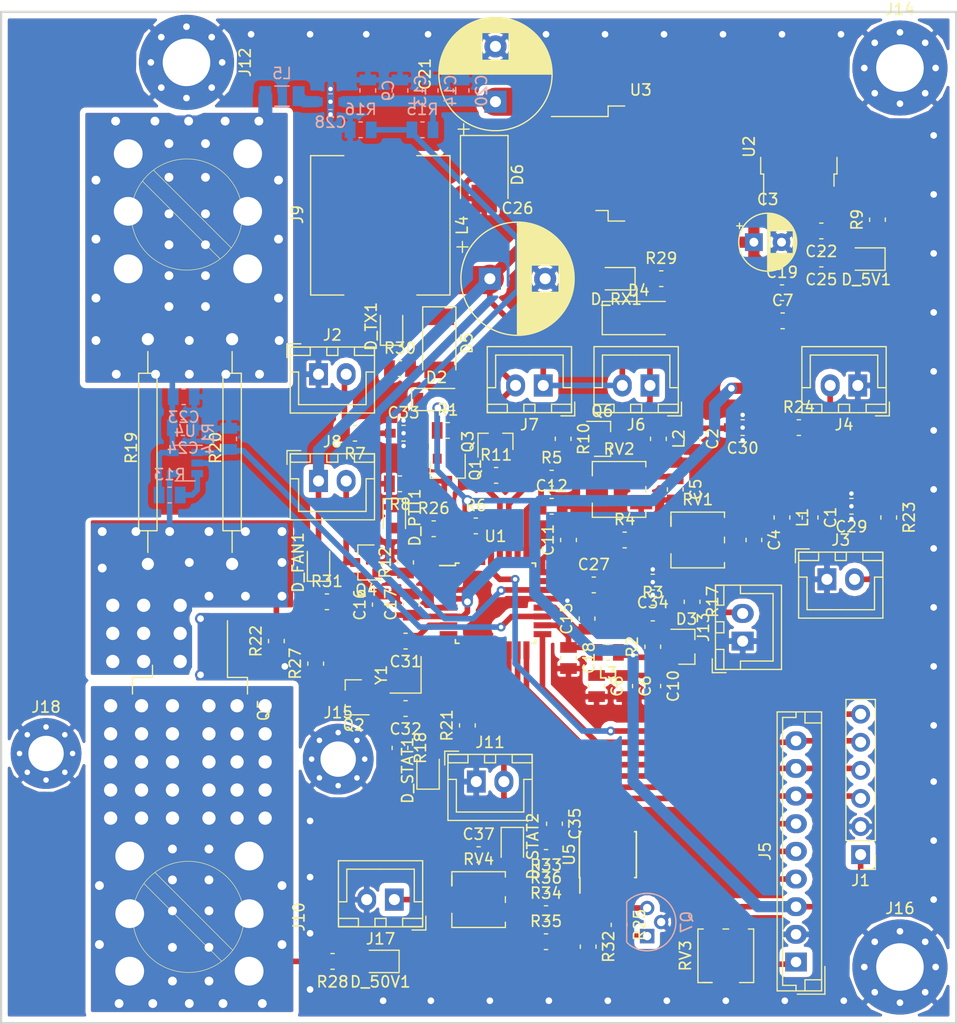
<source format=kicad_pcb>
(kicad_pcb (version 20171130) (host pcbnew "(5.0.0-rc2-dev-378-g94dbcc719)")
  (layers (0 F.Cu signal) (31 B.Cu signal) (34 B.Paste user) (35 F.Paste user) (36 B.SilkS user) (37 F.SilkS user) (38 B.Mask user) (39 F.Mask user) (44 Edge.Cuts user))
  (net 0 "")
  (net 1 GND)
  (net 2 "Net-(C1-Pad1)")
  (net 3 "Net-(C2-Pad1)")
  (net 4 +12V)
  (net 5 "Net-(C4-Pad1)")
  (net 6 "Net-(C5-Pad1)")
  (net 7 +5V)
  (net 8 "Net-(C13-Pad1)")
  (net 9 /ADC_SWR)
  (net 10 /ADC_POWER)
  (net 11 +2V5)
  (net 12 "Net-(C18-Pad1)")
  (net 13 +50V)
  (net 14 /ADC_UCC)
  (net 15 "Net-(C28-Pad1)")
  (net 16 "Net-(C29-Pad1)")
  (net 17 "Net-(C30-Pad1)")
  (net 18 "Net-(C31-Pad1)")
  (net 19 "Net-(C32-Pad1)")
  (net 20 "Net-(D2-Pad2)")
  (net 21 "Net-(D4-Pad2)")
  (net 22 "Net-(D5-Pad2)")
  (net 23 "Net-(D6-Pad1)")
  (net 24 /DB7)
  (net 25 /RESET)
  (net 26 /DB6)
  (net 27 /DB5)
  (net 28 "Net-(J3-Pad2)")
  (net 29 "Net-(J4-Pad2)")
  (net 30 /RS)
  (net 31 /E)
  (net 32 /DB4)
  (net 33 "Net-(J8-Pad2)")
  (net 34 "Net-(J10-Pad1)")
  (net 35 /MCU_BIAS)
  (net 36 /MCU_PTT)
  (net 37 "Net-(Q2-Pad3)")
  (net 38 /MCU_SUPPLY)
  (net 39 /MCU_REL2)
  (net 40 /MCU_FAN)
  (net 41 "Net-(Q5-Pad1)")
  (net 42 "Net-(Q5-Pad3)")
  (net 43 /MCU_REL1)
  (net 44 /ADC_TEMP)
  (net 45 "Net-(R4-Pad2)")
  (net 46 "Net-(R5-Pad2)")
  (net 47 "Net-(R13-Pad1)")
  (net 48 /ADC_ICC)
  (net 49 "Net-(C33-Pad3)")
  (net 50 "Net-(C33-Pad1)")
  (net 51 "Net-(C34-Pad1)")
  (net 52 "Net-(D_5V1-Pad1)")
  (net 53 "Net-(D_50V1-Pad2)")
  (net 54 "Net-(D_FAN1-Pad1)")
  (net 55 "Net-(D_PTT1-Pad2)")
  (net 56 "Net-(D_RX1-Pad1)")
  (net 57 "Net-(D_STAT1-Pad2)")
  (net 58 "Net-(D_TX1-Pad1)")
  (net 59 "Net-(J2-Pad2)")
  (net 60 "Net-(J5-Pad1)")
  (net 61 /STATUS_LED1)
  (net 62 "Net-(U1-Pad2)")
  (net 63 "Net-(U1-Pad26)")
  (net 64 "Net-(U1-Pad30)")
  (net 65 "Net-(U1-Pad31)")
  (net 66 "Net-(C37-Pad2)")
  (net 67 "Net-(R33-Pad2)")
  (net 68 "Net-(Q7-Pad3)")
  (net 69 "Net-(R35-Pad1)")
  (net 70 "Net-(Q7-Pad1)")
  (net 71 "Net-(J17-Pad1)")
  (net 72 "Net-(U5-Pad3)")
  (net 73 "Net-(U5-Pad5)")
  (net 74 "Net-(U5-Pad6)")
  (net 75 "Net-(D_STAT2-Pad2)")
  (net 76 "Net-(J13-Pad2)")
  (module MountingHole:MountingHole_3.2mm_M3_Pad_Via (layer F.Cu) (at 177.8 115.824)
    (fp_text reference J15 (at 0 -4.2) (layer F.SilkS))
    (fp_text value 50V_GND)
    (pad 1 thru_hole circle (at 0 0) (size 6.4 6.4) (drill 3.2) (layers *.Cu *.Mask) (net 1 GND))
    (pad 1 thru_hole circle (at 2.4 0) (size 0.8 0.8) (drill 0.5) (layers *.Cu *.Mask) (net 1 GND))
    (pad 1 thru_hole circle (at 1.697056 1.697056) (size 0.8 0.8) (drill 0.5) (layers *.Cu *.Mask) (net 1 GND))
    (pad 1 thru_hole circle (at 0 2.4) (size 0.8 0.8) (drill 0.5) (layers *.Cu *.Mask) (net 1 GND))
    (pad 1 thru_hole circle (at -1.697056 1.697056) (size 0.8 0.8) (drill 0.5) (layers *.Cu *.Mask) (net 1 GND))
    (pad 1 thru_hole circle (at -2.4 0) (size 0.8 0.8) (drill 0.5) (layers *.Cu *.Mask) (net 1 GND))
    (pad 1 thru_hole circle (at -1.697056 -1.697056) (size 0.8 0.8) (drill 0.5) (layers *.Cu *.Mask) (net 1 GND))
    (pad 1 thru_hole circle (at 0 -2.4) (size 0.8 0.8) (drill 0.5) (layers *.Cu *.Mask) (net 1 GND))
    (pad 1 thru_hole circle (at 1.697056 -1.697056) (size 0.8 0.8) (drill 0.5) (layers *.Cu *.Mask) (net 1 GND))
  )
  (module MountingHole:MountingHole_4.3mm_M4_Pad_Via (layer F.Cu) (at 228.6 134.62)
    (fp_text reference J16 (at 0 -5.3) (layer F.SilkS))
    (fp_text value 50V_GND)
    (pad 1 thru_hole circle (at 0 0) (size 8.6 8.6) (drill 4.3) (layers *.Cu *.Mask) (net 1 GND))
    (pad 1 thru_hole circle (at 3.225 0) (size 0.9 0.9) (drill 0.6) (layers *.Cu *.Mask) (net 1 GND))
    (pad 1 thru_hole circle (at 2.280419 2.280419) (size 0.9 0.9) (drill 0.6) (layers *.Cu *.Mask) (net 1 GND))
    (pad 1 thru_hole circle (at 0 3.225) (size 0.9 0.9) (drill 0.6) (layers *.Cu *.Mask) (net 1 GND))
    (pad 1 thru_hole circle (at -2.280419 2.280419) (size 0.9 0.9) (drill 0.6) (layers *.Cu *.Mask) (net 1 GND))
    (pad 1 thru_hole circle (at -3.225 0) (size 0.9 0.9) (drill 0.6) (layers *.Cu *.Mask) (net 1 GND))
    (pad 1 thru_hole circle (at -2.280419 -2.280419) (size 0.9 0.9) (drill 0.6) (layers *.Cu *.Mask) (net 1 GND))
    (pad 1 thru_hole circle (at 0 -3.225) (size 0.9 0.9) (drill 0.6) (layers *.Cu *.Mask) (net 1 GND))
    (pad 1 thru_hole circle (at 2.280419 -2.280419) (size 0.9 0.9) (drill 0.6) (layers *.Cu *.Mask) (net 1 GND))
  )
  (module MountingHole:MountingHole_3.2mm_M3_Pad_Via (layer F.Cu) (at 151.384 115.316)
    (fp_text reference J18 (at 0 -4.2) (layer F.SilkS))
    (fp_text value 50V_GND)
    (pad 1 thru_hole circle (at 0 0) (size 6.4 6.4) (drill 3.2) (layers *.Cu *.Mask) (net 1 GND))
    (pad 1 thru_hole circle (at 2.4 0) (size 0.8 0.8) (drill 0.5) (layers *.Cu *.Mask) (net 1 GND))
    (pad 1 thru_hole circle (at 1.697056 1.697056) (size 0.8 0.8) (drill 0.5) (layers *.Cu *.Mask) (net 1 GND))
    (pad 1 thru_hole circle (at 0 2.4) (size 0.8 0.8) (drill 0.5) (layers *.Cu *.Mask) (net 1 GND))
    (pad 1 thru_hole circle (at -1.697056 1.697056) (size 0.8 0.8) (drill 0.5) (layers *.Cu *.Mask) (net 1 GND))
    (pad 1 thru_hole circle (at -2.4 0) (size 0.8 0.8) (drill 0.5) (layers *.Cu *.Mask) (net 1 GND))
    (pad 1 thru_hole circle (at -1.697056 -1.697056) (size 0.8 0.8) (drill 0.5) (layers *.Cu *.Mask) (net 1 GND))
    (pad 1 thru_hole circle (at 0 -2.4) (size 0.8 0.8) (drill 0.5) (layers *.Cu *.Mask) (net 1 GND))
    (pad 1 thru_hole circle (at 1.697056 -1.697056) (size 0.8 0.8) (drill 0.5) (layers *.Cu *.Mask) (net 1 GND))
  )
  (module MountingHole:MountingHole_4.3mm_M4_Pad_Via (layer F.Cu) (at 164.084 52.832 270)
    (fp_text reference J12 (at 0 -5.3 270) (layer F.SilkS))
    (fp_text value 50V_GND)
    (pad 1 thru_hole circle (at 2.280419 -2.280419 270) (size 0.9 0.9) (drill 0.6) (layers *.Cu *.Mask) (net 1 GND))
    (pad 1 thru_hole circle (at 0 -3.225 270) (size 0.9 0.9) (drill 0.6) (layers *.Cu *.Mask) (net 1 GND))
    (pad 1 thru_hole circle (at -2.280419 -2.280419 270) (size 0.9 0.9) (drill 0.6) (layers *.Cu *.Mask) (net 1 GND))
    (pad 1 thru_hole circle (at -3.225 0 270) (size 0.9 0.9) (drill 0.6) (layers *.Cu *.Mask) (net 1 GND))
    (pad 1 thru_hole circle (at -2.280419 2.280419 270) (size 0.9 0.9) (drill 0.6) (layers *.Cu *.Mask) (net 1 GND))
    (pad 1 thru_hole circle (at 0 3.225 270) (size 0.9 0.9) (drill 0.6) (layers *.Cu *.Mask) (net 1 GND))
    (pad 1 thru_hole circle (at 2.280419 2.280419 270) (size 0.9 0.9) (drill 0.6) (layers *.Cu *.Mask) (net 1 GND))
    (pad 1 thru_hole circle (at 3.225 0 270) (size 0.9 0.9) (drill 0.6) (layers *.Cu *.Mask) (net 1 GND))
    (pad 1 thru_hole circle (at 0 0 270) (size 8.6 8.6) (drill 4.3) (layers *.Cu *.Mask) (net 1 GND))
  )
  (module MountingHole:MountingHole_4.3mm_M4_Pad_Via (layer F.Cu) (at 228.6 53.34)
    (fp_text reference J14 (at 0 -5.3) (layer F.SilkS))
    (fp_text value 50V_GND)
    (pad 1 thru_hole circle (at 0 0) (size 8.6 8.6) (drill 4.3) (layers *.Cu *.Mask) (net 1 GND))
    (pad 1 thru_hole circle (at 3.225 0) (size 0.9 0.9) (drill 0.6) (layers *.Cu *.Mask) (net 1 GND))
    (pad 1 thru_hole circle (at 2.280419 2.280419) (size 0.9 0.9) (drill 0.6) (layers *.Cu *.Mask) (net 1 GND))
    (pad 1 thru_hole circle (at 0 3.225) (size 0.9 0.9) (drill 0.6) (layers *.Cu *.Mask) (net 1 GND))
    (pad 1 thru_hole circle (at -2.280419 2.280419) (size 0.9 0.9) (drill 0.6) (layers *.Cu *.Mask) (net 1 GND))
    (pad 1 thru_hole circle (at -3.225 0) (size 0.9 0.9) (drill 0.6) (layers *.Cu *.Mask) (net 1 GND))
    (pad 1 thru_hole circle (at -2.280419 -2.280419) (size 0.9 0.9) (drill 0.6) (layers *.Cu *.Mask) (net 1 GND))
    (pad 1 thru_hole circle (at 0 -3.225) (size 0.9 0.9) (drill 0.6) (layers *.Cu *.Mask) (net 1 GND))
    (pad 1 thru_hole circle (at 2.280419 -2.280419) (size 0.9 0.9) (drill 0.6) (layers *.Cu *.Mask) (net 1 GND))
  )
  (module Capacitor_SMD:C_0805_2012Metric (layer F.Cu) (at 200.914 100.076)
    (fp_text reference C27 (at 0 -1.85) (layer F.SilkS))
    (fp_text value 100n)
    (pad 2 smd rect (at 0.955 0) (size 0.97 1.5) (layers F.Cu F.Paste F.Mask) (net 1 GND))
    (pad 1 smd rect (at -0.955 0) (size 0.97 1.5) (layers F.Cu F.Paste F.Mask) (net 14 /ADC_UCC))
  )
  (module LED_SMD:LED_0805_2012Metric (layer F.Cu) (at 193.548 123.698 270)
    (fp_text reference D_STAT2 (at 0 -1.85 270) (layer F.SilkS))
    (fp_text value "LH R974-LP-1")
    (pad 1 smd rect (at -0.955 0 270) (size 0.97 1.5) (layers F.Cu F.Paste F.Mask) (net 1 GND))
    (pad 2 smd rect (at 0.955 0 270) (size 0.97 1.5) (layers F.Cu F.Paste F.Mask) (net 75 "Net-(D_STAT2-Pad2)"))
  )
  (module Resistor_SMD:R_0805_2012Metric (layer F.Cu) (at 196.596 124.714 180)
    (fp_text reference R36 (at 0 -1.85 180) (layer F.SilkS))
    (fp_text value R)
    (pad 1 smd rect (at -0.955 0 180) (size 0.97 1.5) (layers F.Cu F.Paste F.Mask) (net 67 "Net-(R33-Pad2)"))
    (pad 2 smd rect (at 0.955 0 180) (size 0.97 1.5) (layers F.Cu F.Paste F.Mask) (net 75 "Net-(D_STAT2-Pad2)"))
  )
  (module Connector_JST:JST_EH_B09B-EH-A_1x09_P2.50mm_Vertical (layer F.Cu) (at 219.202 134.166 90)
    (fp_text reference J5 (at 10 -2.8 90) (layer F.SilkS))
    (fp_text value LCD)
    (pad 1 thru_hole rect (at 0 0 90) (size 1.7 1.95) (drill 0.95) (layers *.Cu *.Mask) (net 60 "Net-(J5-Pad1)"))
    (pad 2 thru_hole oval (at 2.5 0 90) (size 1.7 1.95) (drill 0.95) (layers *.Cu *.Mask) (net 1 GND))
    (pad 3 thru_hole oval (at 5 0 90) (size 1.7 1.95) (drill 0.95) (layers *.Cu *.Mask) (net 7 +5V))
    (pad 4 thru_hole oval (at 7.5 0 90) (size 1.7 1.95) (drill 0.95) (layers *.Cu *.Mask) (net 30 /RS))
    (pad 5 thru_hole oval (at 10 0 90) (size 1.7 1.95) (drill 0.95) (layers *.Cu *.Mask) (net 31 /E))
    (pad 6 thru_hole oval (at 12.5 0 90) (size 1.7 1.95) (drill 0.95) (layers *.Cu *.Mask) (net 32 /DB4))
    (pad 7 thru_hole oval (at 15 0 90) (size 1.7 1.95) (drill 0.95) (layers *.Cu *.Mask) (net 27 /DB5))
    (pad 8 thru_hole oval (at 17.5 0 90) (size 1.7 1.95) (drill 0.95) (layers *.Cu *.Mask) (net 26 /DB6))
    (pad 9 thru_hole oval (at 20 0 90) (size 1.7 1.95) (drill 0.95) (layers *.Cu *.Mask) (net 24 /DB7))
  )
  (module Capacitor_SMD:C_0805_2012Metric (layer F.Cu) (at 190.5 124.46)
    (fp_text reference C37 (at 0 -1.85) (layer F.SilkS))
    (fp_text value 1u)
    (pad 2 smd rect (at 0.955 0) (size 0.97 1.5) (layers F.Cu F.Paste F.Mask) (net 66 "Net-(C37-Pad2)"))
    (pad 1 smd rect (at -0.955 0) (size 0.97 1.5) (layers F.Cu F.Paste F.Mask) (net 1 GND))
  )
  (module Capacitor_SMD:C_0805_2012Metric (layer F.Cu) (at 197.358 121.666 270)
    (fp_text reference C35 (at 0 -1.85 270) (layer F.SilkS))
    (fp_text value 2u2)
    (pad 1 smd rect (at -0.955 0 270) (size 0.97 1.5) (layers F.Cu F.Paste F.Mask) (net 35 /MCU_BIAS))
    (pad 2 smd rect (at 0.955 0 270) (size 0.97 1.5) (layers F.Cu F.Paste F.Mask) (net 1 GND))
  )
  (module Connector_JST:JST_XH_B02B-XH-A_1x02_P2.50mm_Vertical (layer F.Cu) (at 182.88 128.524 180)
    (fp_text reference J17 (at 1.25 -3.55 180) (layer F.SilkS))
    (fp_text value BIAS)
    (pad 1 thru_hole rect (at 0 0 180) (size 1.7 2) (drill 1) (layers *.Cu *.Mask) (net 71 "Net-(J17-Pad1)"))
    (pad 2 thru_hole oval (at 2.5 0 180) (size 1.7 2) (drill 1) (layers *.Cu *.Mask) (net 1 GND))
  )
  (module Package_SO:SOIC-8_3.9x4.9mm_P1.27mm (layer F.Cu) (at 202.184 124.46 90)
    (fp_text reference U5 (at 0 -3.5 90) (layer F.SilkS))
    (fp_text value LP2951ACD-3.3R2G)
    (pad 1 smd rect (at -2.7 -1.905 90) (size 1.55 0.6) (layers F.Cu F.Paste F.Mask) (net 67 "Net-(R33-Pad2)"))
    (pad 2 smd rect (at -2.7 -0.635 90) (size 1.55 0.6) (layers F.Cu F.Paste F.Mask) (net 67 "Net-(R33-Pad2)"))
    (pad 3 smd rect (at -2.7 0.635 90) (size 1.55 0.6) (layers F.Cu F.Paste F.Mask) (net 72 "Net-(U5-Pad3)"))
    (pad 4 smd rect (at -2.7 1.905 90) (size 1.55 0.6) (layers F.Cu F.Paste F.Mask) (net 68 "Net-(Q7-Pad3)"))
    (pad 5 smd rect (at 2.7 1.905 90) (size 1.55 0.6) (layers F.Cu F.Paste F.Mask) (net 73 "Net-(U5-Pad5)"))
    (pad 6 smd rect (at 2.7 0.635 90) (size 1.55 0.6) (layers F.Cu F.Paste F.Mask) (net 74 "Net-(U5-Pad6)"))
    (pad 7 smd rect (at 2.7 -0.635 90) (size 1.55 0.6) (layers F.Cu F.Paste F.Mask) (net 74 "Net-(U5-Pad6)"))
    (pad 8 smd rect (at 2.7 -1.905 90) (size 1.55 0.6) (layers F.Cu F.Paste F.Mask) (net 35 /MCU_BIAS))
  )
  (module Package_TO_SOT_THT:TO-92 (layer B.Cu) (at 205.74 131.826 90)
    (fp_text reference Q7 (at 1.27 3.56 90) (layer B.SilkS) (effects (justify mirror)))
    (fp_text value BC847)
    (pad 2 thru_hole circle (at 1.27 1.27) (size 1.3 1.3) (drill 0.75) (layers *.Cu *.Mask) (net 1 GND))
    (pad 3 thru_hole circle (at 2.54 0) (size 1.3 1.3) (drill 0.75) (layers *.Cu *.Mask) (net 68 "Net-(Q7-Pad3)"))
    (pad 1 thru_hole rect (at 0 0) (size 1.3 1.3) (drill 0.75) (layers *.Cu *.Mask) (net 70 "Net-(Q7-Pad1)"))
  )
  (module Potentiometer_SMD:Potentiometer_Bourns_3214J_Horizontal (layer F.Cu) (at 190.5 128.524)
    (fp_text reference RV4 (at 0 -3.65) (layer F.SilkS))
    (fp_text value 10k)
    (pad 1 smd rect (at 2 -1.15) (size 2 1.3) (layers F.Cu F.Paste F.Mask) (net 66 "Net-(C37-Pad2)"))
    (pad 2 smd rect (at -2 0) (size 2 2) (layers F.Cu F.Paste F.Mask) (net 71 "Net-(J17-Pad1)"))
    (pad 3 smd rect (at 2 1.15) (size 2 1.3) (layers F.Cu F.Paste F.Mask) (net 69 "Net-(R35-Pad1)"))
  )
  (module Resistor_SMD:R_0805_2012Metric (layer F.Cu) (at 200.406 132.781 270)
    (fp_text reference R32 (at 0 -1.85 270) (layer F.SilkS))
    (fp_text value 2k2)
    (pad 2 smd rect (at 0.955 0 270) (size 0.97 1.5) (layers F.Cu F.Paste F.Mask) (net 1 GND))
    (pad 1 smd rect (at -0.955 0 270) (size 0.97 1.5) (layers F.Cu F.Paste F.Mask) (net 70 "Net-(Q7-Pad1)"))
  )
  (module Resistor_SMD:R_0805_2012Metric (layer F.Cu) (at 196.596 129.794)
    (fp_text reference R34 (at 0 -1.85) (layer F.SilkS))
    (fp_text value 1k)
    (pad 1 smd rect (at -0.955 0) (size 0.97 1.5) (layers F.Cu F.Paste F.Mask) (net 66 "Net-(C37-Pad2)"))
    (pad 2 smd rect (at 0.955 0) (size 0.97 1.5) (layers F.Cu F.Paste F.Mask) (net 68 "Net-(Q7-Pad3)"))
  )
  (module Resistor_SMD:R_0805_2012Metric (layer F.Cu) (at 196.596 132.334)
    (fp_text reference R35 (at 0 -1.85) (layer F.SilkS))
    (fp_text value 220R)
    (pad 2 smd rect (at 0.955 0) (size 0.97 1.5) (layers F.Cu F.Paste F.Mask) (net 68 "Net-(Q7-Pad3)"))
    (pad 1 smd rect (at -0.955 0) (size 0.97 1.5) (layers F.Cu F.Paste F.Mask) (net 69 "Net-(R35-Pad1)"))
  )
  (module Resistor_SMD:R_0805_2012Metric (layer F.Cu) (at 196.596 127.254)
    (fp_text reference R33 (at 0 -1.85) (layer F.SilkS))
    (fp_text value 10R)
    (pad 1 smd rect (at -0.955 0) (size 0.97 1.5) (layers F.Cu F.Paste F.Mask) (net 66 "Net-(C37-Pad2)"))
    (pad 2 smd rect (at 0.955 0) (size 0.97 1.5) (layers F.Cu F.Paste F.Mask) (net 67 "Net-(R33-Pad2)"))
  )
  (module Capacitor_SMD:C_0805_2012Metric (layer B.Cu) (at 180.4797 55.372 90)
    (fp_text reference C9 (at 0 1.85 90) (layer B.SilkS) (effects (justify mirror)))
    (fp_text value 10n)
    (pad 1 smd rect (at -0.955 0 90) (size 0.97 1.5) (layers B.Cu B.Paste B.Mask) (net 8 "Net-(C13-Pad1)"))
    (pad 2 smd rect (at 0.955 0 90) (size 0.97 1.5) (layers B.Cu B.Paste B.Mask) (net 1 GND))
  )
  (module Capacitor_SMD:C_1206_3216Metric (layer B.Cu) (at 172.72 55.88 180)
    (fp_text reference L5 (at 0 2.05 180) (layer B.SilkS) (effects (justify mirror)))
    (fp_text value BLM31PG500SN1L)
    (pad 1 smd rect (at -1.505 0 180) (size 1.07 1.8) (layers B.Cu B.Paste B.Mask) (net 15 "Net-(C28-Pad1)"))
    (pad 2 smd rect (at 1.505 0 180) (size 1.07 1.8) (layers B.Cu B.Paste B.Mask) (net 13 +50V))
  )
  (module Capacitor_THT:CP_Radial_D10.0mm_P5.00mm (layer F.Cu) (at 192.024 56.388 90)
    (fp_text reference C21 (at 2.5 -6.37 90) (layer F.SilkS))
    (fp_text value 100u)
    (pad 2 thru_hole circle (at 5 0 90) (size 2 2) (drill 1) (layers *.Cu *.Mask) (net 1 GND))
    (pad 1 thru_hole rect (at 0 0 90) (size 2 2) (drill 1) (layers *.Cu *.Mask) (net 8 "Net-(C13-Pad1)"))
  )
  (module Capacitor_THT:CP_Radial_D10.0mm_P5.00mm (layer F.Cu) (at 191.516 72.39)
    (fp_text reference C26 (at 2.5 -6.37) (layer F.SilkS))
    (fp_text value 470u)
    (pad 1 thru_hole rect (at 0 0) (size 2 2) (drill 1) (layers *.Cu *.Mask) (net 4 +12V))
    (pad 2 thru_hole circle (at 5 0) (size 2 2) (drill 1) (layers *.Cu *.Mask) (net 1 GND))
  )
  (module Diode_SMD:D_SMB (layer F.Cu) (at 191.008 62.992 270)
    (fp_text reference D6 (at 0 -3 270) (layer F.SilkS))
    (fp_text value STPS3L60U)
    (pad 1 smd rect (at -2.15 0 270) (size 2.5 2.3) (layers F.Cu F.Paste F.Mask) (net 23 "Net-(D6-Pad1)"))
    (pad 2 smd rect (at 2.15 0 270) (size 2.5 2.3) (layers F.Cu F.Paste F.Mask) (net 1 GND))
  )
  (module EMI_Suppression_Filters_Cap_Type:NFM21C_Series (layer B.Cu) (at 177.108 56.388)
    (fp_text reference C28 (at 0 1.85) (layer B.SilkS) (effects (justify mirror)))
    (fp_text value NFM21CC223R1H3D)
    (pad 1 smd rect (at -1.2 0) (size 0.97 0.8) (layers B.Cu B.Paste B.Mask) (net 15 "Net-(C28-Pad1)"))
    (pad 3 smd rect (at 1.2 0) (size 0.97 0.8) (layers B.Cu B.Paste B.Mask) (net 8 "Net-(C13-Pad1)"))
    (pad 2 thru_hole circle (at 0 0) (size 0.6 0.6) (drill 0.4) (layers *.Cu) (net 1 GND))
    (pad 2 thru_hole circle (at 0 -1.15) (size 0.6 0.6) (drill 0.4) (layers *.Cu) (net 1 GND))
    (pad 2 thru_hole circle (at 0 1.15) (size 0.6 0.6) (drill 0.4) (layers *.Cu) (net 1 GND))
    (pad 2 smd rect (at 0 0) (size 0.6 3.1) (layers B.Cu) (net 1 GND))
    (pad 2 smd rect (at 0 0.625) (size 0.6 0.65) (layers B.Cu B.Paste B.Mask) (net 1 GND))
    (pad 2 smd rect (at 0 -0.625) (size 0.6 0.65) (layers B.Cu B.Paste B.Mask) (net 1 GND))
  )
  (module Inductor_SMD:L_12x12mm_H8mm (layer F.Cu) (at 181.61 67.564 270)
    (fp_text reference L4 (at 0 -7.4 270) (layer F.SilkS))
    (fp_text value DE1209-230u)
    (pad 1 smd rect (at -4.95 0 270) (size 2.9 5.4) (layers F.Cu F.Paste F.Mask) (net 23 "Net-(D6-Pad1)"))
    (pad 2 smd rect (at 4.95 0 270) (size 2.9 5.4) (layers F.Cu F.Paste F.Mask) (net 4 +12V))
  )
  (module Package_TO_SOT_SMD:SOT-23 (layer F.Cu) (at 192.024 87.122 90)
    (fp_text reference Q3 (at 0 -2.5 90) (layer F.SilkS))
    (fp_text value BSS138)
    (pad 1 smd rect (at -1 -0.95 90) (size 0.9 0.8) (layers F.Cu F.Paste F.Mask) (net 39 /MCU_REL2))
    (pad 2 smd rect (at -1 0.95 90) (size 0.9 0.8) (layers F.Cu F.Paste F.Mask) (net 1 GND))
    (pad 3 smd rect (at 1 0 90) (size 0.9 0.8) (layers F.Cu F.Paste F.Mask) (net 22 "Net-(D5-Pad2)"))
  )
  (module Resistor_SMD:R_0805_2012Metric (layer F.Cu) (at 186.436 94.996)
    (fp_text reference R26 (at 0 -1.85) (layer F.SilkS))
    (fp_text value 1k)
    (pad 2 smd rect (at 0.955 0) (size 0.97 1.5) (layers F.Cu F.Paste F.Mask) (net 36 /MCU_PTT))
    (pad 1 smd rect (at -0.955 0) (size 0.97 1.5) (layers F.Cu F.Paste F.Mask) (net 55 "Net-(D_PTT1-Pad2)"))
  )
  (module Connector_JST:JST_XH_B02B-XH-A_1x02_P2.50mm_Vertical (layer F.Cu) (at 221.996 99.568)
    (fp_text reference J3 (at 1.25 -3.55) (layer F.SilkS))
    (fp_text value SWR)
    (pad 2 thru_hole oval (at 2.5 0) (size 1.7 2) (drill 1) (layers *.Cu *.Mask) (net 28 "Net-(J3-Pad2)"))
    (pad 1 thru_hole rect (at 0 0) (size 1.7 2) (drill 1) (layers *.Cu *.Mask) (net 1 GND))
  )
  (module Inductor_SMD:L_0805_2012Metric_Pad1.15x1.50mm_HandSolder (layer F.Cu) (at 217.932 93.98 270)
    (fp_text reference L1 (at 0 -1.85 270) (layer F.SilkS))
    (fp_text value 560n)
    (pad 2 smd rect (at 1.0425 0 270) (size 1.145 1.5) (layers F.Cu F.Paste F.Mask) (net 5 "Net-(C4-Pad1)"))
    (pad 1 smd rect (at -1.0425 0 270) (size 1.145 1.5) (layers F.Cu F.Paste F.Mask) (net 2 "Net-(C1-Pad1)"))
  )
  (module Resistor_SMD:R_0805_2012Metric (layer F.Cu) (at 198.143756 86.868 270)
    (fp_text reference R10 (at 0 -1.85 270) (layer F.SilkS))
    (fp_text value 100k)
    (pad 1 smd rect (at -0.955 0 270) (size 0.97 1.5) (layers F.Cu F.Paste F.Mask) (net 43 /MCU_REL1))
    (pad 2 smd rect (at 0.955 0 270) (size 0.97 1.5) (layers F.Cu F.Paste F.Mask) (net 1 GND))
  )
  (module Package_QFP:TQFP-32_7x7mm_P0.8mm (layer F.Cu) (at 192.024 101.727)
    (fp_text reference U1 (at 0 -6.05) (layer F.SilkS))
    (fp_text value ATmega328P-AU)
    (pad 1 smd rect (at -4.25 -2.8) (size 1.6 0.55) (layers F.Cu F.Paste F.Mask) (net 40 /MCU_FAN))
    (pad 2 smd rect (at -4.25 -2) (size 1.6 0.55) (layers F.Cu F.Paste F.Mask) (net 62 "Net-(U1-Pad2)"))
    (pad 3 smd rect (at -4.25 -1.2) (size 1.6 0.55) (layers F.Cu F.Paste F.Mask) (net 1 GND))
    (pad 4 smd rect (at -4.25 -0.4) (size 1.6 0.55) (layers F.Cu F.Paste F.Mask) (net 7 +5V))
    (pad 5 smd rect (at -4.25 0.4) (size 1.6 0.55) (layers F.Cu F.Paste F.Mask) (net 1 GND))
    (pad 6 smd rect (at -4.25 1.2) (size 1.6 0.55) (layers F.Cu F.Paste F.Mask) (net 7 +5V))
    (pad 7 smd rect (at -4.25 2) (size 1.6 0.55) (layers F.Cu F.Paste F.Mask) (net 18 "Net-(C31-Pad1)"))
    (pad 8 smd rect (at -4.25 2.8) (size 1.6 0.55) (layers F.Cu F.Paste F.Mask) (net 19 "Net-(C32-Pad1)"))
    (pad 9 smd rect (at -2.8 4.25 90) (size 1.6 0.55) (layers F.Cu F.Paste F.Mask) (net 38 /MCU_SUPPLY))
    (pad 10 smd rect (at -2 4.25 90) (size 1.6 0.55) (layers F.Cu F.Paste F.Mask) (net 61 /STATUS_LED1))
    (pad 11 smd rect (at -1.2 4.25 90) (size 1.6 0.55) (layers F.Cu F.Paste F.Mask) (net 35 /MCU_BIAS))
    (pad 12 smd rect (at -0.4 4.25 90) (size 1.6 0.55) (layers F.Cu F.Paste F.Mask) (net 30 /RS))
    (pad 13 smd rect (at 0.4 4.25 90) (size 1.6 0.55) (layers F.Cu F.Paste F.Mask) (net 31 /E))
    (pad 14 smd rect (at 1.2 4.25 90) (size 1.6 0.55) (layers F.Cu F.Paste F.Mask) (net 32 /DB4))
    (pad 15 smd rect (at 2 4.25 90) (size 1.6 0.55) (layers F.Cu F.Paste F.Mask) (net 27 /DB5))
    (pad 16 smd rect (at 2.8 4.25 90) (size 1.6 0.55) (layers F.Cu F.Paste F.Mask) (net 26 /DB6))
    (pad 17 smd rect (at 4.25 2.8) (size 1.6 0.55) (layers F.Cu F.Paste F.Mask) (net 24 /DB7))
    (pad 18 smd rect (at 4.25 2) (size 1.6 0.55) (layers F.Cu F.Paste F.Mask) (net 12 "Net-(C18-Pad1)"))
    (pad 19 smd rect (at 4.25 1.2) (size 1.6 0.55) (layers F.Cu F.Paste F.Mask) (net 48 /ADC_ICC))
    (pad 20 smd rect (at 4.25 0.4) (size 1.6 0.55) (layers F.Cu F.Paste F.Mask) (net 11 +2V5))
    (pad 21 smd rect (at 4.25 -0.4) (size 1.6 0.55) (layers F.Cu F.Paste F.Mask) (net 1 GND))
    (pad 22 smd rect (at 4.25 -1.2) (size 1.6 0.55) (layers F.Cu F.Paste F.Mask) (net 14 /ADC_UCC))
    (pad 23 smd rect (at 4.25 -2) (size 1.6 0.55) (layers F.Cu F.Paste F.Mask) (net 44 /ADC_TEMP))
    (pad 24 smd rect (at 4.25 -2.8) (size 1.6 0.55) (layers F.Cu F.Paste F.Mask) (net 9 /ADC_SWR))
    (pad 25 smd rect (at 2.8 -4.25 90) (size 1.6 0.55) (layers F.Cu F.Paste F.Mask) (net 10 /ADC_POWER))
    (pad 26 smd rect (at 2 -4.25 90) (size 1.6 0.55) (layers F.Cu F.Paste F.Mask) (net 63 "Net-(U1-Pad26)"))
    (pad 27 smd rect (at 1.2 -4.25 90) (size 1.6 0.55) (layers F.Cu F.Paste F.Mask) (net 43 /MCU_REL1))
    (pad 28 smd rect (at 0.4 -4.25 90) (size 1.6 0.55) (layers F.Cu F.Paste F.Mask) (net 39 /MCU_REL2))
    (pad 29 smd rect (at -0.4 -4.25 90) (size 1.6 0.55) (layers F.Cu F.Paste F.Mask) (net 25 /RESET))
    (pad 30 smd rect (at -1.2 -4.25 90) (size 1.6 0.55) (layers F.Cu F.Paste F.Mask) (net 64 "Net-(U1-Pad30)"))
    (pad 31 smd rect (at -2 -4.25 90) (size 1.6 0.55) (layers F.Cu F.Paste F.Mask) (net 65 "Net-(U1-Pad31)"))
    (pad 32 smd rect (at -2.8 -4.25 90) (size 1.6 0.55) (layers F.Cu F.Paste F.Mask) (net 36 /MCU_PTT))
  )
  (module Package_TO_SOT_SMD:TO-263-5_TabPin3 (layer F.Cu) (at 205.159 61.976)
    (fp_text reference U3 (at 0 -6.65) (layer F.SilkS))
    (fp_text value LM2576HVS-12)
    (pad 1 smd rect (at -5.775 -3.4) (size 4.6 1.1) (layers F.Cu F.Paste F.Mask) (net 8 "Net-(C13-Pad1)"))
    (pad 2 smd rect (at -5.775 -1.7) (size 4.6 1.1) (layers F.Cu F.Paste F.Mask) (net 23 "Net-(D6-Pad1)"))
    (pad 3 smd rect (at -5.775 0) (size 4.6 1.1) (layers F.Cu F.Paste F.Mask) (net 1 GND))
    (pad 4 smd rect (at -5.775 1.7) (size 4.6 1.1) (layers F.Cu F.Paste F.Mask) (net 4 +12V))
    (pad 5 smd rect (at -5.775 3.4) (size 4.6 1.1) (layers F.Cu F.Paste F.Mask) (net 1 GND))
    (pad 3 smd rect (at 3.375 0) (size 9.4 10.8) (layers F.Cu F.Mask) (net 1 GND))
  )
  (module Resistor_SMD:R_0805_2012Metric (layer F.Cu) (at 206.248 102.616)
    (fp_text reference R3 (at 0 -1.85) (layer F.SilkS))
    (fp_text value 10k)
    (pad 1 smd rect (at -0.955 0) (size 0.97 1.5) (layers F.Cu F.Paste F.Mask) (net 11 +2V5))
    (pad 2 smd rect (at 0.955 0) (size 0.97 1.5) (layers F.Cu F.Paste F.Mask) (net 76 "Net-(J13-Pad2)"))
  )
  (module Connector_JST:JST_XH_B02B-XH-A_1x02_P2.50mm_Vertical (layer F.Cu) (at 214.376 105.156 90)
    (fp_text reference J13 (at 1.25 -3.55 90) (layer F.SilkS))
    (fp_text value TERMISTOR)
    (pad 1 thru_hole rect (at 0 0 90) (size 1.7 2) (drill 1) (layers *.Cu *.Mask) (net 1 GND))
    (pad 2 thru_hole oval (at 2.5 0 90) (size 1.7 2) (drill 1) (layers *.Cu *.Mask) (net 76 "Net-(J13-Pad2)"))
  )
  (module Resistor_SMD:R_0805_2012Metric (layer F.Cu) (at 227.584 93.98 270)
    (fp_text reference R23 (at 0 -1.85 270) (layer F.SilkS))
    (fp_text value 1k)
    (pad 2 smd rect (at 0.955 0 270) (size 0.97 1.5) (layers F.Cu F.Paste F.Mask) (net 28 "Net-(J3-Pad2)"))
    (pad 1 smd rect (at -0.955 0 270) (size 0.97 1.5) (layers F.Cu F.Paste F.Mask) (net 16 "Net-(C29-Pad1)"))
  )
  (module EMI_Suppression_Filters_Cap_Type:NFM21C_Series (layer F.Cu) (at 224.212 92.964 180)
    (fp_text reference C29 (at 0 -1.85 180) (layer F.SilkS))
    (fp_text value NFM21CC223R1H3D)
    (pad 2 smd rect (at 0 0.625 180) (size 0.6 0.65) (layers F.Cu F.Paste F.Mask) (net 1 GND))
    (pad 2 smd rect (at 0 -0.625 180) (size 0.6 0.65) (layers F.Cu F.Paste F.Mask) (net 1 GND))
    (pad 2 smd rect (at 0 0 180) (size 0.6 3.1) (layers F.Cu) (net 1 GND))
    (pad 2 thru_hole circle (at 0 -1.15 180) (size 0.6 0.6) (drill 0.4) (layers *.Cu) (net 1 GND))
    (pad 2 thru_hole circle (at 0 1.15 180) (size 0.6 0.6) (drill 0.4) (layers *.Cu) (net 1 GND))
    (pad 2 thru_hole circle (at 0 0 180) (size 0.6 0.6) (drill 0.4) (layers *.Cu) (net 1 GND))
    (pad 3 smd rect (at 1.2 0 180) (size 0.97 0.8) (layers F.Cu F.Paste F.Mask) (net 2 "Net-(C1-Pad1)"))
    (pad 1 smd rect (at -1.2 0 180) (size 0.97 0.8) (layers F.Cu F.Paste F.Mask) (net 16 "Net-(C29-Pad1)"))
  )
  (module EMI_Suppression_Filters_Cap_Type:NFM21C_Series (layer F.Cu) (at 214.376 85.852 180)
    (fp_text reference C30 (at 0 -1.85 180) (layer F.SilkS))
    (fp_text value NFM21CC223R1H3D)
    (pad 2 smd rect (at 0 0.625 180) (size 0.6 0.65) (layers F.Cu F.Paste F.Mask) (net 1 GND))
    (pad 2 smd rect (at 0 -0.625 180) (size 0.6 0.65) (layers F.Cu F.Paste F.Mask) (net 1 GND))
    (pad 2 smd rect (at 0 0 180) (size 0.6 3.1) (layers F.Cu) (net 1 GND))
    (pad 2 thru_hole circle (at 0 -1.15 180) (size 0.6 0.6) (drill 0.4) (layers *.Cu) (net 1 GND))
    (pad 2 thru_hole circle (at 0 1.15 180) (size 0.6 0.6) (drill 0.4) (layers *.Cu) (net 1 GND))
    (pad 2 thru_hole circle (at 0 0 180) (size 0.6 0.6) (drill 0.4) (layers *.Cu) (net 1 GND))
    (pad 3 smd rect (at 1.2 0 180) (size 0.97 0.8) (layers F.Cu F.Paste F.Mask) (net 3 "Net-(C2-Pad1)"))
    (pad 1 smd rect (at -1.2 0 180) (size 0.97 0.8) (layers F.Cu F.Paste F.Mask) (net 17 "Net-(C30-Pad1)"))
  )
  (module Resistor_SMD:R_0805_2012Metric (layer F.Cu) (at 183.388 90.932 180)
    (fp_text reference R8 (at 0 -1.85 180) (layer F.SilkS))
    (fp_text value 4k7)
    (pad 1 smd rect (at -0.955 0 180) (size 0.97 1.5) (layers F.Cu F.Paste F.Mask) (net 36 /MCU_PTT))
    (pad 2 smd rect (at 0.955 0 180) (size 0.97 1.5) (layers F.Cu F.Paste F.Mask) (net 1 GND))
  )
  (module Connector_JST:JST_XH_B02B-XH-A_1x02_P2.50mm_Vertical (layer F.Cu) (at 176.022 90.678)
    (fp_text reference J8 (at 1.25 -3.55) (layer F.SilkS))
    (fp_text value FAN)
    (pad 1 thru_hole rect (at 0 0) (size 1.7 2) (drill 1) (layers *.Cu *.Mask) (net 4 +12V))
    (pad 2 thru_hole oval (at 2.5 0) (size 1.7 2) (drill 1) (layers *.Cu *.Mask) (net 33 "Net-(J8-Pad2)"))
  )
  (module Package_TO_SOT_SMD:SOT-23 (layer F.Cu) (at 209.296 105.664)
    (fp_text reference D3 (at 0 -2.5) (layer F.SilkS))
    (fp_text value LM4040DBZ-2.5)
    (pad 1 smd rect (at -1 -0.95) (size 0.9 0.8) (layers F.Cu F.Paste F.Mask) (net 11 +2V5))
    (pad 2 smd rect (at -1 0.95) (size 0.9 0.8) (layers F.Cu F.Paste F.Mask) (net 1 GND))
    (pad 3 smd rect (at 1 0) (size 0.9 0.8) (layers F.Cu F.Paste F.Mask))
  )
  (module Connector_JST:JST_XH_B02B-XH-A_1x02_P2.50mm_Vertical (layer F.Cu) (at 224.79 82.042 180)
    (fp_text reference J4 (at 1.25 -3.55 180) (layer F.SilkS))
    (fp_text value POWER)
    (pad 2 thru_hole oval (at 2.5 0 180) (size 1.7 2) (drill 1) (layers *.Cu *.Mask) (net 29 "Net-(J4-Pad2)"))
    (pad 1 thru_hole rect (at 0 0 180) (size 1.7 2) (drill 1) (layers *.Cu *.Mask) (net 1 GND))
  )
  (module Connector_PinHeader_2.54mm:PinHeader_1x06_P2.54mm_Vertical (layer F.Cu) (at 225.044 124.46 180)
    (fp_text reference J1 (at 0 -2.33 180) (layer F.SilkS))
    (fp_text value AVR_ISP_01X06)
    (pad 1 thru_hole rect (at 0 0 180) (size 1.7 1.7) (drill 1) (layers *.Cu *.Mask) (net 7 +5V))
    (pad 2 thru_hole oval (at 0 2.54 180) (size 1.7 1.7) (drill 1) (layers *.Cu *.Mask) (net 1 GND))
    (pad 3 thru_hole oval (at 0 5.08 180) (size 1.7 1.7) (drill 1) (layers *.Cu *.Mask) (net 27 /DB5))
    (pad 4 thru_hole oval (at 0 7.62 180) (size 1.7 1.7) (drill 1) (layers *.Cu *.Mask) (net 26 /DB6))
    (pad 5 thru_hole oval (at 0 10.16 180) (size 1.7 1.7) (drill 1) (layers *.Cu *.Mask) (net 24 /DB7))
    (pad 6 thru_hole oval (at 0 12.7 180) (size 1.7 1.7) (drill 1) (layers *.Cu *.Mask) (net 25 /RESET))
  )
  (module Capacitor_SMD:C_0805_2012Metric (layer F.Cu) (at 220.472 93.98 270)
    (fp_text reference C1 (at 0 -1.85 270) (layer F.SilkS))
    (fp_text value 10n)
    (pad 2 smd rect (at 0.955 0 270) (size 0.97 1.5) (layers F.Cu F.Paste F.Mask) (net 1 GND))
    (pad 1 smd rect (at -0.955 0 270) (size 0.97 1.5) (layers F.Cu F.Paste F.Mask) (net 2 "Net-(C1-Pad1)"))
  )
  (module Capacitor_SMD:C_0805_2012Metric (layer F.Cu) (at 209.804 86.868 270)
    (fp_text reference C2 (at 0 -1.85 270) (layer F.SilkS))
    (fp_text value 10n)
    (pad 1 smd rect (at -0.955 0 270) (size 0.97 1.5) (layers F.Cu F.Paste F.Mask) (net 3 "Net-(C2-Pad1)"))
    (pad 2 smd rect (at 0.955 0 270) (size 0.97 1.5) (layers F.Cu F.Paste F.Mask) (net 1 GND))
  )
  (module Capacitor_SMD:C_0805_2012Metric (layer F.Cu) (at 215.392 96.012 270)
    (fp_text reference C4 (at 0 -1.85 270) (layer F.SilkS))
    (fp_text value 10n)
    (pad 1 smd rect (at -0.955 0 270) (size 0.97 1.5) (layers F.Cu F.Paste F.Mask) (net 5 "Net-(C4-Pad1)"))
    (pad 2 smd rect (at 0.955 0 270) (size 0.97 1.5) (layers F.Cu F.Paste F.Mask) (net 1 GND))
  )
  (module Capacitor_SMD:C_0805_2012Metric (layer F.Cu) (at 208.28 91.44 270)
    (fp_text reference C5 (at 0 -1.85 270) (layer F.SilkS))
    (fp_text value 10n)
    (pad 2 smd rect (at 0.955 0 270) (size 0.97 1.5) (layers F.Cu F.Paste F.Mask) (net 1 GND))
    (pad 1 smd rect (at -0.955 0 270) (size 0.97 1.5) (layers F.Cu F.Paste F.Mask) (net 6 "Net-(C5-Pad1)"))
  )
  (module Capacitor_SMD:C_0805_2012Metric (layer F.Cu) (at 203.708 109.22 270)
    (fp_text reference C6 (at 0 -1.85 270) (layer F.SilkS))
    (fp_text value 1u)
    (pad 2 smd rect (at 0.955 0 270) (size 0.97 1.5) (layers F.Cu F.Paste F.Mask) (net 1 GND))
    (pad 1 smd rect (at -0.955 0 270) (size 0.97 1.5) (layers F.Cu F.Paste F.Mask) (net 7 +5V))
  )
  (module Capacitor_SMD:C_0805_2012Metric (layer F.Cu) (at 217.993 76.2)
    (fp_text reference C7 (at 0 -1.85) (layer F.SilkS))
    (fp_text value 100n)
    (pad 1 smd rect (at -0.955 0) (size 0.97 1.5) (layers F.Cu F.Paste F.Mask) (net 4 +12V))
    (pad 2 smd rect (at 0.955 0) (size 0.97 1.5) (layers F.Cu F.Paste F.Mask) (net 1 GND))
  )
  (module Capacitor_SMD:C_0805_2012Metric (layer F.Cu) (at 201.168 109.22 270)
    (fp_text reference C8 (at 0 -1.85 270) (layer F.SilkS))
    (fp_text value 100n)
    (pad 2 smd rect (at 0.955 0 270) (size 0.97 1.5) (layers F.Cu F.Paste F.Mask) (net 1 GND))
    (pad 1 smd rect (at -0.955 0 270) (size 0.97 1.5) (layers F.Cu F.Paste F.Mask) (net 7 +5V))
  )
  (module Capacitor_SMD:C_0805_2012Metric (layer F.Cu) (at 206.248 109.22 270)
    (fp_text reference C10 (at 0 -1.85 270) (layer F.SilkS))
    (fp_text value 10n)
    (pad 1 smd rect (at -0.955 0 270) (size 0.97 1.5) (layers F.Cu F.Paste F.Mask) (net 7 +5V))
    (pad 2 smd rect (at 0.955 0 270) (size 0.97 1.5) (layers F.Cu F.Paste F.Mask) (net 1 GND))
  )
  (module Capacitor_SMD:C_0805_2012Metric (layer F.Cu) (at 198.628 96.012 90)
    (fp_text reference C11 (at 0 -1.85 90) (layer F.SilkS))
    (fp_text value 47n)
    (pad 2 smd rect (at 0.955 0 90) (size 0.97 1.5) (layers F.Cu F.Paste F.Mask) (net 1 GND))
    (pad 1 smd rect (at -0.955 0 90) (size 0.97 1.5) (layers F.Cu F.Paste F.Mask) (net 9 /ADC_SWR))
  )
  (module Capacitor_SMD:C_0805_2012Metric (layer F.Cu) (at 197.104 92.964)
    (fp_text reference C12 (at 0 -1.85) (layer F.SilkS))
    (fp_text value 47n)
    (pad 1 smd rect (at -0.955 0) (size 0.97 1.5) (layers F.Cu F.Paste F.Mask) (net 10 /ADC_POWER))
    (pad 2 smd rect (at 0.955 0) (size 0.97 1.5) (layers F.Cu F.Paste F.Mask) (net 1 GND))
  )
  (module Capacitor_SMD:C_0805_2012Metric (layer B.Cu) (at 183.388 55.372 90)
    (fp_text reference C13 (at 0 1.85 90) (layer B.SilkS) (effects (justify mirror)))
    (fp_text value 1n)
    (pad 1 smd rect (at -0.955 0 90) (size 0.97 1.5) (layers B.Cu B.Paste B.Mask) (net 8 "Net-(C13-Pad1)"))
    (pad 2 smd rect (at 0.955 0 90) (size 0.97 1.5) (layers B.Cu B.Paste B.Mask) (net 1 GND))
  )
  (module Capacitor_SMD:C_0805_2012Metric (layer B.Cu) (at 186.1185 55.372 90)
    (fp_text reference C14 (at 0 1.85 90) (layer B.SilkS) (effects (justify mirror)))
    (fp_text value 100p)
    (pad 2 smd rect (at 0.955 0 90) (size 0.97 1.5) (layers B.Cu B.Paste B.Mask) (net 1 GND))
    (pad 1 smd rect (at -0.955 0 90) (size 0.97 1.5) (layers B.Cu B.Paste B.Mask) (net 8 "Net-(C13-Pad1)"))
  )
  (module Capacitor_SMD:C_0805_2012Metric (layer F.Cu) (at 200.3044 103.124 90)
    (fp_text reference C15 (at 0 -1.85 90) (layer F.SilkS))
    (fp_text value 100n)
    (pad 1 smd rect (at -0.955 0 90) (size 0.97 1.5) (layers F.Cu F.Paste F.Mask) (net 11 +2V5))
    (pad 2 smd rect (at 0.955 0 90) (size 0.97 1.5) (layers F.Cu F.Paste F.Mask) (net 1 GND))
  )
  (module Capacitor_SMD:C_0805_2012Metric (layer F.Cu) (at 181.61 101.854 90)
    (fp_text reference C16 (at 0 -1.85 90) (layer F.SilkS))
    (fp_text value 1n)
    (pad 1 smd rect (at -0.955 0 90) (size 0.97 1.5) (layers F.Cu F.Paste F.Mask) (net 7 +5V))
    (pad 2 smd rect (at 0.955 0 90) (size 0.97 1.5) (layers F.Cu F.Paste F.Mask) (net 1 GND))
  )
  (module Capacitor_SMD:C_0805_2012Metric (layer F.Cu) (at 184.404 101.854 90)
    (fp_text reference C17 (at 0 -1.85 90) (layer F.SilkS))
    (fp_text value 100n)
    (pad 2 smd rect (at 0.955 0 90) (size 0.97 1.5) (layers F.Cu F.Paste F.Mask) (net 1 GND))
    (pad 1 smd rect (at -0.955 0 90) (size 0.97 1.5) (layers F.Cu F.Paste F.Mask) (net 7 +5V))
  )
  (module Capacitor_SMD:C_0805_2012Metric (layer F.Cu) (at 198.628 106.68 270)
    (fp_text reference C18 (at 0 -1.85 270) (layer F.SilkS))
    (fp_text value 100n)
    (pad 1 smd rect (at -0.955 0 270) (size 0.97 1.5) (layers F.Cu F.Paste F.Mask) (net 12 "Net-(C18-Pad1)"))
    (pad 2 smd rect (at 0.955 0 270) (size 0.97 1.5) (layers F.Cu F.Paste F.Mask) (net 1 GND))
  )
  (module Capacitor_SMD:C_0805_2012Metric (layer F.Cu) (at 217.932 73.66)
    (fp_text reference C19 (at 0 -1.85) (layer F.SilkS))
    (fp_text value 1n)
    (pad 1 smd rect (at -0.955 0) (size 0.97 1.5) (layers F.Cu F.Paste F.Mask) (net 4 +12V))
    (pad 2 smd rect (at 0.955 0) (size 0.97 1.5) (layers F.Cu F.Paste F.Mask) (net 1 GND))
  )
  (module Capacitor_SMD:C_0805_2012Metric (layer B.Cu) (at 188.9125 55.372 90)
    (fp_text reference C20 (at 0 1.85 90) (layer B.SilkS) (effects (justify mirror)))
    (fp_text value 100n)
    (pad 1 smd rect (at -0.955 0 90) (size 0.97 1.5) (layers B.Cu B.Paste B.Mask) (net 8 "Net-(C13-Pad1)"))
    (pad 2 smd rect (at 0.955 0 90) (size 0.97 1.5) (layers B.Cu B.Paste B.Mask) (net 1 GND))
  )
  (module Capacitor_SMD:C_0805_2012Metric (layer F.Cu) (at 221.488 68.072 180)
    (fp_text reference C22 (at 0 -1.85 180) (layer F.SilkS))
    (fp_text value 4u7)
    (pad 1 smd rect (at -0.955 0 180) (size 0.97 1.5) (layers F.Cu F.Paste F.Mask) (net 7 +5V))
    (pad 2 smd rect (at 0.955 0 180) (size 0.97 1.5) (layers F.Cu F.Paste F.Mask) (net 1 GND))
  )
  (module Capacitor_SMD:C_0805_2012Metric (layer B.Cu) (at 163.83 83.058)
    (fp_text reference C23 (at 0 1.85) (layer B.SilkS) (effects (justify mirror)))
    (fp_text value 1u)
    (pad 1 smd rect (at -0.955 0) (size 0.97 1.5) (layers B.Cu B.Paste B.Mask) (net 13 +50V))
    (pad 2 smd rect (at 0.955 0) (size 0.97 1.5) (layers B.Cu B.Paste B.Mask) (net 1 GND))
  )
  (module Capacitor_SMD:C_0805_2012Metric (layer B.Cu) (at 163.759494 85.852)
    (fp_text reference C24 (at 0 1.85) (layer B.SilkS) (effects (justify mirror)))
    (fp_text value 100n)
    (pad 1 smd rect (at -0.955 0) (size 0.97 1.5) (layers B.Cu B.Paste B.Mask) (net 13 +50V))
    (pad 2 smd rect (at 0.955 0) (size 0.97 1.5) (layers B.Cu B.Paste B.Mask) (net 1 GND))
  )
  (module Capacitor_SMD:C_0805_2012Metric (layer F.Cu) (at 221.488 70.612 180)
    (fp_text reference C25 (at 0 -1.85 180) (layer F.SilkS))
    (fp_text value 100n)
    (pad 2 smd rect (at 0.955 0 180) (size 0.97 1.5) (layers F.Cu F.Paste F.Mask) (net 1 GND))
    (pad 1 smd rect (at -0.955 0 180) (size 0.97 1.5) (layers F.Cu F.Paste F.Mask) (net 7 +5V))
  )
  (module Capacitor_SMD:C_0805_2012Metric (layer F.Cu) (at 183.896 105.156 180)
    (fp_text reference C31 (at 0 -1.85 180) (layer F.SilkS))
    (fp_text value 22p)
    (pad 2 smd rect (at 0.955 0 180) (size 0.97 1.5) (layers F.Cu F.Paste F.Mask) (net 1 GND))
    (pad 1 smd rect (at -0.955 0 180) (size 0.97 1.5) (layers F.Cu F.Paste F.Mask) (net 18 "Net-(C31-Pad1)"))
  )
  (module Capacitor_SMD:C_0805_2012Metric (layer F.Cu) (at 183.896 111.252 180)
    (fp_text reference C32 (at 0 -1.85 180) (layer F.SilkS))
    (fp_text value 22p)
    (pad 2 smd rect (at 0.955 0 180) (size 0.97 1.5) (layers F.Cu F.Paste F.Mask) (net 1 GND))
    (pad 1 smd rect (at -0.955 0 180) (size 0.97 1.5) (layers F.Cu F.Paste F.Mask) (net 19 "Net-(C32-Pad1)"))
  )
  (module Diode_SMD:D_MELF (layer F.Cu) (at 204.978 75.946)
    (fp_text reference D4 (at 0 -2.5) (layer F.SilkS))
    (fp_text value D)
    (pad 1 smd rect (at -2.4 0) (size 1.5 2.7) (layers F.Cu F.Paste F.Mask) (net 4 +12V))
    (pad 2 smd rect (at 2.4 0) (size 1.5 2.7) (layers F.Cu F.Paste F.Mask) (net 21 "Net-(D4-Pad2)"))
  )
  (module Diode_SMD:D_MELF (layer F.Cu) (at 186.944 78.232 270)
    (fp_text reference D5 (at 0 -2.5 270) (layer F.SilkS))
    (fp_text value D)
    (pad 1 smd rect (at -2.4 0 270) (size 1.5 2.7) (layers F.Cu F.Paste F.Mask) (net 4 +12V))
    (pad 2 smd rect (at 2.4 0 270) (size 1.5 2.7) (layers F.Cu F.Paste F.Mask) (net 22 "Net-(D5-Pad2)"))
  )
  (module Connector_JST:JST_XH_B02B-XH-A_1x02_P2.50mm_Vertical (layer F.Cu) (at 176.022 81.026)
    (fp_text reference J2 (at 1.25 -3.55) (layer F.SilkS))
    (fp_text value PTT)
    (pad 1 thru_hole rect (at 0 0) (size 1.7 2) (drill 1) (layers *.Cu *.Mask) (net 1 GND))
    (pad 2 thru_hole oval (at 2.5 0) (size 1.7 2) (drill 1) (layers *.Cu *.Mask) (net 59 "Net-(J2-Pad2)"))
  )
  (module Connector_JST:JST_XH_B02B-XH-A_1x02_P2.50mm_Vertical (layer F.Cu) (at 205.994 82.042 180)
    (fp_text reference J6 (at 1.25 -3.55 180) (layer F.SilkS))
    (fp_text value RX_REL)
    (pad 2 thru_hole oval (at 2.5 0 180) (size 1.7 2) (drill 1) (layers *.Cu *.Mask) (net 4 +12V))
    (pad 1 thru_hole rect (at 0 0 180) (size 1.7 2) (drill 1) (layers *.Cu *.Mask) (net 21 "Net-(D4-Pad2)"))
  )
  (module Connector_JST:JST_XH_B02B-XH-A_1x02_P2.50mm_Vertical (layer F.Cu) (at 196.342 82.042 180)
    (fp_text reference J7 (at 1.25 -3.55 180) (layer F.SilkS))
    (fp_text value TX_REL)
    (pad 1 thru_hole rect (at 0 0 180) (size 1.7 2) (drill 1) (layers *.Cu *.Mask) (net 4 +12V))
    (pad 2 thru_hole oval (at 2.5 0 180) (size 1.7 2) (drill 1) (layers *.Cu *.Mask) (net 22 "Net-(D5-Pad2)"))
  )
  (module Connector_JST:JST_XH_B02B-XH-A_1x02_P2.50mm_Vertical (layer F.Cu) (at 190.286 117.856)
    (fp_text reference J11 (at 1.25 -3.55) (layer F.SilkS))
    (fp_text value BIAS_DIRECT)
    (pad 1 thru_hole rect (at 0 0) (size 1.7 2) (drill 1) (layers *.Cu *.Mask) (net 1 GND))
    (pad 2 thru_hole oval (at 2.5 0) (size 1.7 2) (drill 1) (layers *.Cu *.Mask) (net 35 /MCU_BIAS))
  )
  (module Inductor_SMD:L_0805_2012Metric_Pad1.15x1.50mm_HandSolder (layer F.Cu) (at 206.756 86.868 270)
    (fp_text reference L2 (at 0 -1.85 270) (layer F.SilkS))
    (fp_text value 560n)
    (pad 1 smd rect (at -1.0425 0 270) (size 1.145 1.5) (layers F.Cu F.Paste F.Mask) (net 3 "Net-(C2-Pad1)"))
    (pad 2 smd rect (at 1.0425 0 270) (size 1.145 1.5) (layers F.Cu F.Paste F.Mask) (net 6 "Net-(C5-Pad1)"))
  )
  (module Inductor_SMD:L_0805_2012Metric (layer F.Cu) (at 202.184 106.172 180)
    (fp_text reference L3 (at 0 -1.85 180) (layer F.SilkS))
    (fp_text value 10u)
    (pad 2 smd rect (at 0.955 0 180) (size 0.97 1.5) (layers F.Cu F.Paste F.Mask) (net 12 "Net-(C18-Pad1)"))
    (pad 1 smd rect (at -0.955 0 180) (size 0.97 1.5) (layers F.Cu F.Paste F.Mask) (net 7 +5V))
  )
  (module Package_TO_SOT_SMD:SOT-23 (layer F.Cu) (at 187.706 89.662 270)
    (fp_text reference Q1 (at 0 -2.5 270) (layer F.SilkS))
    (fp_text value BC857)
    (pad 3 smd rect (at 1 0 270) (size 0.9 0.8) (layers F.Cu F.Paste F.Mask) (net 36 /MCU_PTT))
    (pad 2 smd rect (at -1 0.95 270) (size 0.9 0.8) (layers F.Cu F.Paste F.Mask) (net 7 +5V))
    (pad 1 smd rect (at -1 -0.95 270) (size 0.9 0.8) (layers F.Cu F.Paste F.Mask) (net 20 "Net-(D2-Pad2)"))
  )
  (module Package_TO_SOT_SMD:SOT-23 (layer F.Cu) (at 179.197 110.236 180)
    (fp_text reference Q2 (at 0 -2.5 180) (layer F.SilkS))
    (fp_text value Q_NMOS_DGS)
    (pad 3 smd rect (at 1 0 180) (size 0.9 0.8) (layers F.Cu F.Paste F.Mask) (net 37 "Net-(Q2-Pad3)"))
    (pad 2 smd rect (at -1 0.95 180) (size 0.9 0.8) (layers F.Cu F.Paste F.Mask) (net 1 GND))
    (pad 1 smd rect (at -1 -0.95 180) (size 0.9 0.8) (layers F.Cu F.Paste F.Mask) (net 38 /MCU_SUPPLY))
  )
  (module Package_TO_SOT_SMD:SOT-23 (layer F.Cu) (at 180.34 98.044 180)
    (fp_text reference Q4 (at 0 -2.5 180) (layer F.SilkS))
    (fp_text value IRLML0030TRPBF)
    (pad 1 smd rect (at -1 -0.95 180) (size 0.9 0.8) (layers F.Cu F.Paste F.Mask) (net 40 /MCU_FAN))
    (pad 2 smd rect (at -1 0.95 180) (size 0.9 0.8) (layers F.Cu F.Paste F.Mask) (net 1 GND))
    (pad 3 smd rect (at 1 0 180) (size 0.9 0.8) (layers F.Cu F.Paste F.Mask) (net 33 "Net-(J8-Pad2)"))
  )
  (module Package_TO_SOT_SMD:SOT-23 (layer F.Cu) (at 201.676 86.868)
    (fp_text reference Q6 (at 0 -2.5) (layer F.SilkS))
    (fp_text value BSS138)
    (pad 1 smd rect (at -1 -0.95) (size 0.9 0.8) (layers F.Cu F.Paste F.Mask) (net 43 /MCU_REL1))
    (pad 2 smd rect (at -1 0.95) (size 0.9 0.8) (layers F.Cu F.Paste F.Mask) (net 1 GND))
    (pad 3 smd rect (at 1 0) (size 0.9 0.8) (layers F.Cu F.Paste F.Mask) (net 21 "Net-(D4-Pad2)"))
  )
  (module Resistor_SMD:R_0805_2012Metric (layer F.Cu) (at 187.706 86.106)
    (fp_text reference R1 (at 0 -1.85) (layer F.SilkS))
    (fp_text value 4k7)
    (pad 1 smd rect (at -0.955 0) (size 0.97 1.5) (layers F.Cu F.Paste F.Mask) (net 7 +5V))
    (pad 2 smd rect (at 0.955 0) (size 0.97 1.5) (layers F.Cu F.Paste F.Mask) (net 20 "Net-(D2-Pad2)"))
  )
  (module Resistor_SMD:R_0805_2012Metric (layer F.Cu) (at 206.248 105.664 90)
    (fp_text reference R2 (at 0 -1.85 90) (layer F.SilkS))
    (fp_text value 1k)
    (pad 2 smd rect (at 0.955 0 90) (size 0.97 1.5) (layers F.Cu F.Paste F.Mask) (net 11 +2V5))
    (pad 1 smd rect (at -0.955 0 90) (size 0.97 1.5) (layers F.Cu F.Paste F.Mask) (net 7 +5V))
  )
  (module Resistor_SMD:R_0805_2012Metric (layer F.Cu) (at 203.708 96.012)
    (fp_text reference R4 (at 0 -1.85) (layer F.SilkS))
    (fp_text value 22k)
    (pad 2 smd rect (at 0.955 0) (size 0.97 1.5) (layers F.Cu F.Paste F.Mask) (net 45 "Net-(R4-Pad2)"))
    (pad 1 smd rect (at -0.955 0) (size 0.97 1.5) (layers F.Cu F.Paste F.Mask) (net 9 /ADC_SWR))
  )
  (module Resistor_SMD:R_0805_2012Metric (layer F.Cu) (at 197.104 90.424)
    (fp_text reference R5 (at 0 -1.85) (layer F.SilkS))
    (fp_text value 22k)
    (pad 2 smd rect (at 0.955 0) (size 0.97 1.5) (layers F.Cu F.Paste F.Mask) (net 46 "Net-(R5-Pad2)"))
    (pad 1 smd rect (at -0.955 0) (size 0.97 1.5) (layers F.Cu F.Paste F.Mask) (net 10 /ADC_POWER))
  )
  (module Resistor_SMD:R_0805_2012Metric (layer F.Cu) (at 190.246 94.742)
    (fp_text reference R6 (at 0 -1.85) (layer F.SilkS))
    (fp_text value 1k)
    (pad 1 smd rect (at -0.955 0) (size 0.97 1.5) (layers F.Cu F.Paste F.Mask) (net 7 +5V))
    (pad 2 smd rect (at 0.955 0) (size 0.97 1.5) (layers F.Cu F.Paste F.Mask) (net 25 /RESET))
  )
  (module Resistor_SMD:R_0805_2012Metric (layer F.Cu) (at 179.324 86.36 180)
    (fp_text reference R7 (at 0 -1.85 180) (layer F.SilkS))
    (fp_text value 4k7)
    (pad 2 smd rect (at 0.955 0 180) (size 0.97 1.5) (layers F.Cu F.Paste F.Mask) (net 59 "Net-(J2-Pad2)"))
    (pad 1 smd rect (at -0.955 0 180) (size 0.97 1.5) (layers F.Cu F.Paste F.Mask) (net 50 "Net-(C33-Pad1)"))
  )
  (module Resistor_SMD:R_0805_2012Metric (layer F.Cu) (at 226.568 67.056 90)
    (fp_text reference R9 (at 0 -1.85 90) (layer F.SilkS))
    (fp_text value 1k)
    (pad 1 smd rect (at -0.955 0 90) (size 0.97 1.5) (layers F.Cu F.Paste F.Mask) (net 52 "Net-(D_5V1-Pad1)"))
    (pad 2 smd rect (at 0.955 0 90) (size 0.97 1.5) (layers F.Cu F.Paste F.Mask) (net 1 GND))
  )
  (module Resistor_SMD:R_0805_2012Metric (layer F.Cu) (at 192.082208 90.17)
    (fp_text reference R11 (at 0 -1.85) (layer F.SilkS))
    (fp_text value 100k)
    (pad 2 smd rect (at 0.955 0) (size 0.97 1.5) (layers F.Cu F.Paste F.Mask) (net 1 GND))
    (pad 1 smd rect (at -0.955 0) (size 0.97 1.5) (layers F.Cu F.Paste F.Mask) (net 39 /MCU_REL2))
  )
  (module Resistor_SMD:R_0805_2012Metric (layer F.Cu) (at 183.896 98.044 90)
    (fp_text reference R12 (at 0 -1.85 90) (layer F.SilkS))
    (fp_text value 100k)
    (pad 1 smd rect (at -0.955 0 90) (size 0.97 1.5) (layers F.Cu F.Paste F.Mask) (net 40 /MCU_FAN))
    (pad 2 smd rect (at 0.955 0 90) (size 0.97 1.5) (layers F.Cu F.Paste F.Mask) (net 1 GND))
  )
  (module Resistor_SMD:R_0805_2012Metric (layer B.Cu) (at 162.56 91.948 180)
    (fp_text reference R13 (at 0 1.85 180) (layer B.SilkS) (effects (justify mirror)))
    (fp_text value 499R)
    (pad 2 smd rect (at 0.955 0 180) (size 0.97 1.5) (layers B.Cu B.Paste B.Mask) (net 13 +50V))
    (pad 1 smd rect (at -0.955 0 180) (size 0.97 1.5) (layers B.Cu B.Paste B.Mask) (net 47 "Net-(R13-Pad1)"))
  )
  (module Resistor_SMD:R_0805_2012Metric (layer B.Cu) (at 167.894 86.868 270)
    (fp_text reference R14 (at 0 1.85 270) (layer B.SilkS) (effects (justify mirror)))
    (fp_text value 10k)
    (pad 2 smd rect (at 0.955 0 270) (size 0.97 1.5) (layers B.Cu B.Paste B.Mask) (net 48 /ADC_ICC))
    (pad 1 smd rect (at -0.955 0 270) (size 0.97 1.5) (layers B.Cu B.Paste B.Mask) (net 1 GND))
  )
  (module Resistor_SMD:R_0805_2012Metric (layer B.Cu) (at 185.42 58.928 180)
    (fp_text reference R15 (at 0 1.85 180) (layer B.SilkS) (effects (justify mirror)))
    (fp_text value 270k)
    (pad 2 smd rect (at 0.955 0 180) (size 0.97 1.5) (layers B.Cu B.Paste B.Mask) (net 14 /ADC_UCC))
    (pad 1 smd rect (at -0.955 0 180) (size 0.97 1.5) (layers B.Cu B.Paste B.Mask) (net 8 "Net-(C13-Pad1)"))
  )
  (module Resistor_SMD:R_0805_2012Metric (layer B.Cu) (at 179.832 58.928 180)
    (fp_text reference R16 (at 0 1.85 180) (layer B.SilkS) (effects (justify mirror)))
    (fp_text value 10k)
    (pad 1 smd rect (at -0.955 0 180) (size 0.97 1.5) (layers B.Cu B.Paste B.Mask) (net 14 /ADC_UCC))
    (pad 2 smd rect (at 0.955 0 180) (size 0.97 1.5) (layers B.Cu B.Paste B.Mask) (net 1 GND))
  )
  (module Resistor_SMD:R_0805_2012Metric (layer F.Cu) (at 209.804 101.6 270)
    (fp_text reference R17 (at 0 -1.85 270) (layer F.SilkS))
    (fp_text value 22k)
    (pad 2 smd rect (at 0.955 0 270) (size 0.97 1.5) (layers F.Cu F.Paste F.Mask) (net 76 "Net-(J13-Pad2)"))
    (pad 1 smd rect (at -0.955 0 270) (size 0.97 1.5) (layers F.Cu F.Paste F.Mask) (net 51 "Net-(C34-Pad1)"))
  )
  (module Resistor_SMD:R_0805_2012Metric (layer F.Cu) (at 183.388 114.808 270)
    (fp_text reference R18 (at 0 -1.85 270) (layer F.SilkS))
    (fp_text value 100k)
    (pad 1 smd rect (at -0.955 0 270) (size 0.97 1.5) (layers F.Cu F.Paste F.Mask) (net 38 /MCU_SUPPLY))
    (pad 2 smd rect (at 0.955 0 270) (size 0.97 1.5) (layers F.Cu F.Paste F.Mask) (net 1 GND))
  )
  (module KLALIB_Resistors_Shunt:OAR5R010FLF (layer F.Cu) (at 160.58945 98.179198 90)
    (fp_text reference R19 (at 10.5 -1.5 90) (layer F.SilkS))
    (fp_text value 0R005)
    (pad 2 thru_hole circle (at 20.32 0 90) (size 5 5) (drill 1.1) (layers *.Cu *.Mask) (net 13 +50V))
    (pad 1 thru_hole circle (at 0 0 90) (size 5 5) (drill 1.1) (layers *.Cu *.Mask) (net 42 "Net-(Q5-Pad3)"))
  )
  (module KLALIB_Resistors_Shunt:OAR5R010FLF (layer F.Cu) (at 168.20945 98.179198 90)
    (fp_text reference R20 (at 10.5 -1.5 90) (layer F.SilkS))
    (fp_text value 0R005)
    (pad 1 thru_hole circle (at 0 0 90) (size 5 5) (drill 1.1) (layers *.Cu *.Mask) (net 42 "Net-(Q5-Pad3)"))
    (pad 2 thru_hole circle (at 20.32 0 90) (size 5 5) (drill 1.1) (layers *.Cu *.Mask) (net 13 +50V))
  )
  (module Resistor_SMD:R_0805_2012Metric (layer F.Cu) (at 189.484 112.776 90)
    (fp_text reference R21 (at 0 -1.85 90) (layer F.SilkS))
    (fp_text value 1k)
    (pad 1 smd rect (at -0.955 0 90) (size 0.97 1.5) (layers F.Cu F.Paste F.Mask) (net 57 "Net-(D_STAT1-Pad2)"))
    (pad 2 smd rect (at 0.955 0 90) (size 0.97 1.5) (layers F.Cu F.Paste F.Mask) (net 61 /STATUS_LED1))
  )
  (module Resistor_SMD:R_0805_2012Metric (layer F.Cu) (at 172.212 105.156 90)
    (fp_text reference R22 (at 0 -1.85 90) (layer F.SilkS))
    (fp_text value 4k7)
    (pad 2 smd rect (at 0.955 0 90) (size 0.97 1.5) (layers F.Cu F.Paste F.Mask) (net 42 "Net-(Q5-Pad3)"))
    (pad 1 smd rect (at -0.955 0 90) (size 0.97 1.5) (layers F.Cu F.Paste F.Mask) (net 41 "Net-(Q5-Pad1)"))
  )
  (module Resistor_SMD:R_0805_2012Metric (layer F.Cu) (at 219.456 85.852)
    (fp_text reference R24 (at 0 -1.85) (layer F.SilkS))
    (fp_text value 1k)
    (pad 1 smd rect (at -0.955 0) (size 0.97 1.5) (layers F.Cu F.Paste F.Mask) (net 17 "Net-(C30-Pad1)"))
    (pad 2 smd rect (at 0.955 0) (size 0.97 1.5) (layers F.Cu F.Paste F.Mask) (net 29 "Net-(J4-Pad2)"))
  )
  (module Package_TO_SOT_SMD:TO-252-2 (layer F.Cu) (at 219.456 60.452 90)
    (fp_text reference U2 (at 0 -4.5 90) (layer F.SilkS))
    (fp_text value LP2950-5.0_TO252)
    (pad 1 smd rect (at -4.2 -2.28 90) (size 2.2 1.2) (layers F.Cu F.Paste F.Mask) (net 4 +12V))
    (pad 3 smd rect (at -4.2 2.28 90) (size 2.2 1.2) (layers F.Cu F.Paste F.Mask) (net 7 +5V))
    (pad 2 smd rect (at 2.1 0 90) (size 6.4 5.8) (layers F.Cu F.Mask) (net 1 GND))
  )
  (module Package_TO_SOT_SMD:SOT-23-5 (layer B.Cu) (at 163.952044 89.05958 180)
    (fp_text reference U4 (at 0 2.9 180) (layer B.SilkS) (effects (justify mirror)))
    (fp_text value LTC6101AHS5)
    (pad 1 smd rect (at -1.1 0.95 180) (size 1.06 0.65) (layers B.Cu B.Paste B.Mask) (net 48 /ADC_ICC))
    (pad 2 smd rect (at -1.1 0 180) (size 1.06 0.65) (layers B.Cu B.Paste B.Mask) (net 1 GND))
    (pad 3 smd rect (at -1.1 -0.95 180) (size 1.06 0.65) (layers B.Cu B.Paste B.Mask) (net 47 "Net-(R13-Pad1)"))
    (pad 4 smd rect (at 1.1 -0.95 180) (size 1.06 0.65) (layers B.Cu B.Paste B.Mask) (net 42 "Net-(Q5-Pad3)"))
    (pad 5 smd rect (at 1.1 0.95 180) (size 1.06 0.65) (layers B.Cu B.Paste B.Mask) (net 13 +50V))
  )
  (module Potentiometer_SMD:Potentiometer_Bourns_3214J_Horizontal (layer F.Cu) (at 210.312 96.012)
    (fp_text reference RV1 (at 0 -3.65) (layer F.SilkS))
    (fp_text value 10k)
    (pad 1 smd rect (at 2 -1.15) (size 2 1.3) (layers F.Cu F.Paste F.Mask) (net 5 "Net-(C4-Pad1)"))
    (pad 2 smd rect (at -2 0) (size 2 2) (layers F.Cu F.Paste F.Mask) (net 45 "Net-(R4-Pad2)"))
    (pad 3 smd rect (at 2 1.15) (size 2 1.3) (layers F.Cu F.Paste F.Mask) (net 1 GND))
  )
  (module Potentiometer_SMD:Potentiometer_Bourns_3214J_Horizontal (layer F.Cu) (at 203.2 91.44)
    (fp_text reference RV2 (at 0 -3.65) (layer F.SilkS))
    (fp_text value 10k)
    (pad 3 smd rect (at 2 1.15) (size 2 1.3) (layers F.Cu F.Paste F.Mask) (net 1 GND))
    (pad 2 smd rect (at -2 0) (size 2 2) (layers F.Cu F.Paste F.Mask) (net 46 "Net-(R5-Pad2)"))
    (pad 1 smd rect (at 2 -1.15) (size 2 1.3) (layers F.Cu F.Paste F.Mask) (net 6 "Net-(C5-Pad1)"))
  )
  (module Crystal:Crystal_SMD_2520-4Pin_2.5x2.0mm (layer F.Cu) (at 183.896 108.204 90)
    (fp_text reference Y1 (at 0 -2.2 90) (layer F.SilkS))
    (fp_text value 16MHz)
    (pad 1 smd rect (at -0.875 0.7 90) (size 1.15 1) (layers F.Cu F.Paste F.Mask) (net 19 "Net-(C32-Pad1)"))
    (pad 2 smd rect (at 0.875 0.7 90) (size 1.15 1) (layers F.Cu F.Paste F.Mask) (net 18 "Net-(C31-Pad1)"))
    (pad 3 smd rect (at 0.875 -0.7 90) (size 1.15 1) (layers F.Cu F.Paste F.Mask))
    (pad 4 smd rect (at -0.875 -0.7 90) (size 1.15 1) (layers F.Cu F.Paste F.Mask))
  )
  (module Package_TO_SOT_SMD:TO-263-2 (layer F.Cu) (at 164.39945 111.387198 270)
    (fp_text reference Q5 (at 0 -6.65 270) (layer F.SilkS))
    (fp_text value BBS3002-TL-1E)
    (pad 1 smd rect (at -5.775 -2.54 270) (size 4.6 1.1) (layers F.Cu F.Paste F.Mask) (net 41 "Net-(Q5-Pad1)"))
    (pad 3 smd rect (at -5.775 2.54 270) (size 4.6 1.1) (layers F.Cu F.Paste F.Mask) (net 42 "Net-(Q5-Pad3)"))
    (pad 2 smd rect (at 3.375 0 270) (size 9.4 10.8) (layers F.Cu F.Mask) (net 34 "Net-(J10-Pad1)"))
  )
  (module KLALIB_PCB_Screw_Terminal:TerminalBlock_KEYS7808 (layer F.Cu) (at 170.11445 60.587198 270)
    (fp_text reference J9 (at 6 -4 270) (layer F.SilkS))
    (fp_text value 50V_IN)
    (pad 1 thru_hole circle (at 5.71 11.3 270) (size 5 5) (drill 2.6) (layers *.Cu *.Mask) (net 13 +50V))
    (pad 1 thru_hole circle (at 5.71 0.5 270) (size 5 5) (drill 2.6) (layers *.Cu *.Mask) (net 13 +50V))
    (pad 1 thru_hole circle (at 0.5 0.5 270) (size 5 5) (drill 2.6) (layers *.Cu *.Mask) (net 13 +50V))
    (pad 1 thru_hole circle (at 10.91 0.5 270) (size 5 5) (drill 2.6) (layers *.Cu *.Mask) (net 13 +50V))
    (pad 1 thru_hole circle (at 0.5 11.3 270) (size 5 5) (drill 2.6) (layers *.Cu *.Mask) (net 13 +50V))
    (pad 1 thru_hole circle (at 10.91 11.3 270) (size 5 5) (drill 2.6) (layers *.Cu *.Mask) (net 13 +50V))
  )
  (module KLALIB_PCB_Screw_Terminal:TerminalBlock_KEYS7808 (layer F.Cu) (at 170.24945 124.087198 270)
    (fp_text reference J10 (at 6 -4 270) (layer F.SilkS))
    (fp_text value 50V_OUT)
    (pad 1 thru_hole circle (at 10.91 11.3 270) (size 5 5) (drill 2.6) (layers *.Cu *.Mask) (net 34 "Net-(J10-Pad1)"))
    (pad 1 thru_hole circle (at 0.5 11.3 270) (size 5 5) (drill 2.6) (layers *.Cu *.Mask) (net 34 "Net-(J10-Pad1)"))
    (pad 1 thru_hole circle (at 10.91 0.5 270) (size 5 5) (drill 2.6) (layers *.Cu *.Mask) (net 34 "Net-(J10-Pad1)"))
    (pad 1 thru_hole circle (at 0.5 0.5 270) (size 5 5) (drill 2.6) (layers *.Cu *.Mask) (net 34 "Net-(J10-Pad1)"))
    (pad 1 thru_hole circle (at 5.71 0.5 270) (size 5 5) (drill 2.6) (layers *.Cu *.Mask) (net 34 "Net-(J10-Pad1)"))
    (pad 1 thru_hole circle (at 5.71 11.3 270) (size 5 5) (drill 2.6) (layers *.Cu *.Mask) (net 34 "Net-(J10-Pad1)"))
  )
  (module Resistor_SMD:R_0805_2012Metric (layer F.Cu) (at 203.2 130.81 270)
    (fp_text reference R25 (at 0 -1.85 270) (layer F.SilkS))
    (fp_text value 1k2)
    (pad 1 smd rect (at -0.955 0 270) (size 0.97 1.5) (layers F.Cu F.Paste F.Mask) (net 68 "Net-(Q7-Pad3)"))
    (pad 2 smd rect (at 0.955 0 270) (size 0.97 1.5) (layers F.Cu F.Paste F.Mask) (net 70 "Net-(Q7-Pad1)"))
  )
  (module Capacitor_THT:CP_Radial_D5.0mm_P2.50mm (layer F.Cu) (at 215.392 69.088)
    (fp_text reference C3 (at 1.25 -3.87) (layer F.SilkS))
    (fp_text value 47u)
    (pad 1 thru_hole rect (at 0 0) (size 1.6 1.6) (drill 0.8) (layers *.Cu *.Mask) (net 4 +12V))
    (pad 2 thru_hole circle (at 2.5 0) (size 1.6 1.6) (drill 0.8) (layers *.Cu *.Mask) (net 1 GND))
  )
  (module EMI_Suppression_Filters_Cap_Type:NFM21C_Series (layer F.Cu) (at 183.712 86.36)
    (fp_text reference C33 (at 0 -1.85) (layer F.SilkS))
    (fp_text value NFM21CC223R1H3D)
    (pad 2 smd rect (at 0 0.625) (size 0.6 0.65) (layers F.Cu F.Paste F.Mask) (net 1 GND))
    (pad 2 smd rect (at 0 -0.625) (size 0.6 0.65) (layers F.Cu F.Paste F.Mask) (net 1 GND))
    (pad 2 smd rect (at 0 0) (size 0.6 3.1) (layers F.Cu) (net 1 GND))
    (pad 2 thru_hole circle (at 0 -1.15) (size 0.6 0.6) (drill 0.4) (layers *.Cu) (net 1 GND))
    (pad 2 thru_hole circle (at 0 1.15) (size 0.6 0.6) (drill 0.4) (layers *.Cu) (net 1 GND))
    (pad 2 thru_hole circle (at 0 0) (size 0.6 0.6) (drill 0.4) (layers *.Cu) (net 1 GND))
    (pad 3 smd rect (at 1.2 0) (size 0.97 0.8) (layers F.Cu F.Paste F.Mask) (net 49 "Net-(C33-Pad3)"))
    (pad 1 smd rect (at -1.2 0) (size 0.97 0.8) (layers F.Cu F.Paste F.Mask) (net 50 "Net-(C33-Pad1)"))
  )
  (module EMI_Suppression_Filters_Cap_Type:NFM21C_Series (layer F.Cu) (at 206.248 99.822 180)
    (fp_text reference C34 (at 0 -1.85 180) (layer F.SilkS))
    (fp_text value NFM21CC223R1H3D)
    (pad 1 smd rect (at -1.2 0 180) (size 0.97 0.8) (layers F.Cu F.Paste F.Mask) (net 51 "Net-(C34-Pad1)"))
    (pad 3 smd rect (at 1.2 0 180) (size 0.97 0.8) (layers F.Cu F.Paste F.Mask) (net 44 /ADC_TEMP))
    (pad 2 thru_hole circle (at 0 0 180) (size 0.6 0.6) (drill 0.4) (layers *.Cu) (net 1 GND))
    (pad 2 thru_hole circle (at 0 1.15 180) (size 0.6 0.6) (drill 0.4) (layers *.Cu) (net 1 GND))
    (pad 2 thru_hole circle (at 0 -1.15 180) (size 0.6 0.6) (drill 0.4) (layers *.Cu) (net 1 GND))
    (pad 2 smd rect (at 0 0 180) (size 0.6 3.1) (layers F.Cu) (net 1 GND))
    (pad 2 smd rect (at 0 -0.625 180) (size 0.6 0.65) (layers F.Cu F.Paste F.Mask) (net 1 GND))
    (pad 2 smd rect (at 0 0.625 180) (size 0.6 0.65) (layers F.Cu F.Paste F.Mask) (net 1 GND))
  )
  (module LED_SMD:LED_0805_2012Metric (layer F.Cu) (at 225.552 70.612 180)
    (fp_text reference D_5V1 (at 0 -1.85 180) (layer F.SilkS))
    (fp_text value "LH R974-LP-1")
    (pad 2 smd rect (at 0.955 0 180) (size 0.97 1.5) (layers F.Cu F.Paste F.Mask) (net 7 +5V))
    (pad 1 smd rect (at -0.955 0 180) (size 0.97 1.5) (layers F.Cu F.Paste F.Mask) (net 52 "Net-(D_5V1-Pad1)"))
  )
  (module LED_SMD:LED_0805_2012Metric (layer F.Cu) (at 181.61 134.112 180)
    (fp_text reference D_50V1 (at 0 -1.85 180) (layer F.SilkS))
    (fp_text value "LH R974-LP-1")
    (pad 1 smd rect (at -0.955 0 180) (size 0.97 1.5) (layers F.Cu F.Paste F.Mask) (net 1 GND))
    (pad 2 smd rect (at 0.955 0 180) (size 0.97 1.5) (layers F.Cu F.Paste F.Mask) (net 53 "Net-(D_50V1-Pad2)"))
  )
  (module LED_SMD:LED_0805_2012Metric (layer F.Cu) (at 176.022 98.044 90)
    (fp_text reference D_FAN1 (at 0 -1.85 90) (layer F.SilkS))
    (fp_text value "LH R974-LP-1")
    (pad 1 smd rect (at -0.955 0 90) (size 0.97 1.5) (layers F.Cu F.Paste F.Mask) (net 54 "Net-(D_FAN1-Pad1)"))
    (pad 2 smd rect (at 0.955 0 90) (size 0.97 1.5) (layers F.Cu F.Paste F.Mask) (net 4 +12V))
  )
  (module LED_SMD:LED_0805_2012Metric (layer F.Cu) (at 182.88 93.98 270)
    (fp_text reference D_PTT1 (at 0 -1.85 270) (layer F.SilkS))
    (fp_text value "LH R974-LP-1")
    (pad 1 smd rect (at -0.955 0 270) (size 0.97 1.5) (layers F.Cu F.Paste F.Mask) (net 1 GND))
    (pad 2 smd rect (at 0.955 0 270) (size 0.97 1.5) (layers F.Cu F.Paste F.Mask) (net 55 "Net-(D_PTT1-Pad2)"))
  )
  (module LED_SMD:LED_0805_2012Metric (layer F.Cu) (at 202.946 72.39 180)
    (fp_text reference D_RX1 (at 0 -1.85 180) (layer F.SilkS))
    (fp_text value "LH R974-LP-1")
    (pad 2 smd rect (at 0.955 0 180) (size 0.97 1.5) (layers F.Cu F.Paste F.Mask) (net 4 +12V))
    (pad 1 smd rect (at -0.955 0 180) (size 0.97 1.5) (layers F.Cu F.Paste F.Mask) (net 56 "Net-(D_RX1-Pad1)"))
  )
  (module LED_SMD:LED_0805_2012Metric (layer F.Cu) (at 185.928 116.84 90)
    (fp_text reference D_STAT1 (at 0 -1.85 90) (layer F.SilkS))
    (fp_text value "LH R974-LP-1")
    (pad 2 smd rect (at 0.955 0 90) (size 0.97 1.5) (layers F.Cu F.Paste F.Mask) (net 57 "Net-(D_STAT1-Pad2)"))
    (pad 1 smd rect (at -0.955 0 90) (size 0.97 1.5) (layers F.Cu F.Paste F.Mask) (net 1 GND))
  )
  (module LED_SMD:LED_0805_2012Metric (layer F.Cu) (at 182.626 76.708 90)
    (fp_text reference D_TX1 (at 0 -1.85 90) (layer F.SilkS))
    (fp_text value "LH R974-LP-1")
    (pad 1 smd rect (at -0.955 0 90) (size 0.97 1.5) (layers F.Cu F.Paste F.Mask) (net 58 "Net-(D_TX1-Pad1)"))
    (pad 2 smd rect (at 0.955 0 90) (size 0.97 1.5) (layers F.Cu F.Paste F.Mask) (net 4 +12V))
  )
  (module Resistor_SMD:R_0805_2012Metric (layer F.Cu) (at 175.768 107.188 90)
    (fp_text reference R27 (at 0 -1.85 90) (layer F.SilkS))
    (fp_text value 12k)
    (pad 1 smd rect (at -0.955 0 90) (size 0.97 1.5) (layers F.Cu F.Paste F.Mask) (net 37 "Net-(Q2-Pad3)"))
    (pad 2 smd rect (at 0.955 0 90) (size 0.97 1.5) (layers F.Cu F.Paste F.Mask) (net 41 "Net-(Q5-Pad1)"))
  )
  (module Resistor_SMD:R_0805_2012Metric (layer F.Cu) (at 177.292 134.112 180)
    (fp_text reference R28 (at 0 -1.85 180) (layer F.SilkS))
    (fp_text value 18k)
    (pad 2 smd rect (at 0.955 0 180) (size 0.97 1.5) (layers F.Cu F.Paste F.Mask) (net 34 "Net-(J10-Pad1)"))
    (pad 1 smd rect (at -0.955 0 180) (size 0.97 1.5) (layers F.Cu F.Paste F.Mask) (net 53 "Net-(D_50V1-Pad2)"))
  )
  (module Resistor_SMD:R_0805_2012Metric (layer F.Cu) (at 207.01 72.39)
    (fp_text reference R29 (at 0 -1.85) (layer F.SilkS))
    (fp_text value 3k9)
    (pad 1 smd rect (at -0.955 0) (size 0.97 1.5) (layers F.Cu F.Paste F.Mask) (net 56 "Net-(D_RX1-Pad1)"))
    (pad 2 smd rect (at 0.955 0) (size 0.97 1.5) (layers F.Cu F.Paste F.Mask) (net 21 "Net-(D4-Pad2)"))
  )
  (module Resistor_SMD:R_0805_2012Metric (layer F.Cu) (at 183.388 80.518)
    (fp_text reference R30 (at 0 -1.85) (layer F.SilkS))
    (fp_text value 3k9)
    (pad 1 smd rect (at -0.955 0) (size 0.97 1.5) (layers F.Cu F.Paste F.Mask) (net 58 "Net-(D_TX1-Pad1)"))
    (pad 2 smd rect (at 0.955 0) (size 0.97 1.5) (layers F.Cu F.Paste F.Mask) (net 22 "Net-(D5-Pad2)"))
  )
  (module Resistor_SMD:R_0805_2012Metric (layer F.Cu) (at 176.784 101.6)
    (fp_text reference R31 (at 0 -1.85) (layer F.SilkS))
    (fp_text value 3k9)
    (pad 2 smd rect (at 0.955 0) (size 0.97 1.5) (layers F.Cu F.Paste F.Mask) (net 33 "Net-(J8-Pad2)"))
    (pad 1 smd rect (at -0.955 0) (size 0.97 1.5) (layers F.Cu F.Paste F.Mask) (net 54 "Net-(D_FAN1-Pad1)"))
  )
  (module Potentiometer_SMD:Potentiometer_Bourns_3214J_Horizontal (layer F.Cu) (at 212.852 133.604 90)
    (fp_text reference RV3 (at 0 -3.65 90) (layer F.SilkS))
    (fp_text value 10k)
    (pad 1 smd rect (at 2 -1.15 90) (size 2 1.3) (layers F.Cu F.Paste F.Mask) (net 7 +5V))
    (pad 2 smd rect (at -2 0 90) (size 2 2) (layers F.Cu F.Paste F.Mask) (net 60 "Net-(J5-Pad1)"))
    (pad 3 smd rect (at 2 1.15 90) (size 2 1.3) (layers F.Cu F.Paste F.Mask) (net 1 GND))
  )
  (module Diode_SMD:D_SOD-123 (layer F.Cu) (at 186.69 83.312)
    (fp_text reference D2 (at 0 -2) (layer F.SilkS))
    (fp_text value D)
    (pad 1 smd rect (at -1.65 0) (size 0.9 1.2) (layers F.Cu F.Paste F.Mask) (net 49 "Net-(C33-Pad3)"))
    (pad 2 smd rect (at 1.65 0) (size 0.9 1.2) (layers F.Cu F.Paste F.Mask) (net 20 "Net-(D2-Pad2)"))
  )
  (gr_line (start 147.32 139.7) (end 147.32 48.26) (layer Edge.Cuts) (width 0.2))
  (gr_line (start 233.68 139.7) (end 147.32 139.7) (layer Edge.Cuts) (width 0.2))
  (gr_line (start 233.68 48.26) (end 233.68 139.7) (layer Edge.Cuts) (width 0.2))
  (gr_line (start 147.32 48.26) (end 233.68 48.26) (layer Edge.Cuts) (width 0.2))
  (segment (start 186.455 102.127) (end 186.182 101.854) (width 0.508) (layer F.Cu) (net 1))
  (segment (start 187.774 102.127) (end 186.455 102.127) (width 0.508) (layer F.Cu) (net 1))
  (segment (start 186.182 101.854) (end 186.182 100.838) (width 0.508) (layer F.Cu) (net 1))
  (segment (start 186.182 100.838) (end 186.466 100.554) (width 0.508) (layer F.Cu) (net 1))
  (segment (start 186.466 100.554) (end 186.466 100.527) (width 0.508) (layer F.Cu) (net 1))
  (segment (start 193.05289 101.327) (end 192.941889 101.438001) (width 0.508) (layer F.Cu) (net 1))
  (segment (start 196.274 101.327) (end 193.05289 101.327) (width 0.508) (layer F.Cu) (net 1))
  (segment (start 192.941889 101.438001) (end 191.100001 101.438001) (width 0.508) (layer F.Cu) (net 1))
  (segment (start 191.100001 101.438001) (end 190.189 100.527) (width 0.508) (layer F.Cu) (net 1))
  (segment (start 190.189 100.527) (end 187.774 100.527) (width 0.508) (layer F.Cu) (net 1))
  (segment (start 196.274 101.327) (end 198.355 101.327) (width 0.508) (layer F.Cu) (net 1))
  (segment (start 198.355 101.327) (end 198.5264 101.4984) (width 0.508) (layer F.Cu) (net 1))
  (via (at 198.5264 101.4984) (size 0.8) (drill 0.4) (layers F.Cu B.Cu) (net 1))
  (via (at 231.648 102.108) (size 1) (drill 0.6) (layers F.Cu B.Cu) (net 1))
  (via (at 231.648 123.19) (size 1) (drill 0.6) (layers F.Cu B.Cu) (net 1))
  (via (at 231.648 128.524) (size 1) (drill 0.6) (layers F.Cu B.Cu) (net 1))
  (via (at 231.648 117.856) (size 1) (drill 0.6) (layers F.Cu B.Cu) (net 1))
  (via (at 231.648 59.436) (size 1) (drill 0.6) (layers F.Cu B.Cu) (net 1))
  (via (at 231.648 64.77) (size 1) (drill 0.6) (layers F.Cu B.Cu) (net 1))
  (via (at 231.648 107.442) (size 1) (drill 0.6) (layers F.Cu B.Cu) (net 1))
  (via (at 231.648 112.776) (size 1) (drill 0.6) (layers F.Cu B.Cu) (net 1))
  (via (at 231.648 80.772) (size 1) (drill 0.6) (layers F.Cu B.Cu) (net 1))
  (via (at 231.648 75.438) (size 1) (drill 0.6) (layers F.Cu B.Cu) (net 1))
  (via (at 231.648 70.104) (size 1) (drill 0.6) (layers F.Cu B.Cu) (net 1))
  (via (at 231.648 91.44) (size 1) (drill 0.6) (layers F.Cu B.Cu) (net 1))
  (via (at 231.648 86.106) (size 1) (drill 0.6) (layers F.Cu B.Cu) (net 1))
  (via (at 231.648 96.774) (size 1) (drill 0.6) (layers F.Cu B.Cu) (net 1))
  (via (at 223.52 137.668) (size 1) (drill 0.6) (layers F.Cu B.Cu) (net 1))
  (via (at 191.516 137.668) (size 1) (drill 0.6) (layers F.Cu B.Cu) (net 1))
  (via (at 186.182 137.668) (size 1) (drill 0.6) (layers F.Cu B.Cu) (net 1))
  (via (at 181.864 137.668) (size 1) (drill 0.6) (layers F.Cu B.Cu) (net 1))
  (via (at 212.852 137.668) (size 1) (drill 0.6) (layers F.Cu B.Cu) (net 1))
  (via (at 218.186 137.668) (size 1) (drill 0.6) (layers F.Cu B.Cu) (net 1))
  (via (at 202.184 137.668) (size 1) (drill 0.6) (layers F.Cu B.Cu) (net 1))
  (via (at 207.518 137.668) (size 1) (drill 0.6) (layers F.Cu B.Cu) (net 1))
  (via (at 196.85 137.668) (size 1) (drill 0.6) (layers F.Cu B.Cu) (net 1))
  (via (at 175.26 131.572) (size 1) (drill 0.6) (layers F.Cu B.Cu) (net 1))
  (via (at 175.26 126.492) (size 1) (drill 0.6) (layers F.Cu B.Cu) (net 1))
  (via (at 175.26 121.412) (size 1) (drill 0.6) (layers F.Cu B.Cu) (net 1))
  (via (at 223.266 50.292) (size 1) (drill 0.6) (layers F.Cu B.Cu) (net 1))
  (via (at 217.932 50.292) (size 1) (drill 0.6) (layers F.Cu B.Cu) (net 1))
  (via (at 169.926 50.292) (size 1) (drill 0.6) (layers F.Cu B.Cu) (net 1))
  (via (at 175.26 50.292) (size 1) (drill 0.6) (layers F.Cu B.Cu) (net 1))
  (via (at 185.928 50.292) (size 1) (drill 0.6) (layers F.Cu B.Cu) (net 1))
  (via (at 180.34 50.292) (size 1) (drill 0.6) (layers F.Cu B.Cu) (net 1))
  (via (at 196.596 50.292) (size 1) (drill 0.6) (layers F.Cu B.Cu) (net 1))
  (via (at 201.93 50.292) (size 1) (drill 0.6) (layers F.Cu B.Cu) (net 1))
  (via (at 207.264 50.292) (size 1) (drill 0.6) (layers F.Cu B.Cu) (net 1))
  (via (at 212.598 50.292) (size 1) (drill 0.6) (layers F.Cu B.Cu) (net 1))
  (via (at 175.26 136.652) (size 1) (drill 0.6) (layers F.Cu B.Cu) (net 1))
  (via (at 172.974 107.442) (size 1) (drill 0.6) (layers F.Cu B.Cu) (net 1))
  (via (at 165.354 108.204) (size 1) (drill 0.6) (layers F.Cu B.Cu) (net 1))
  (via (at 165.354 103.124) (size 1) (drill 0.6) (layers F.Cu B.Cu) (net 1))
  (segment (start 165.052044 89.05958) (end 166.10882 89.05958) (width 0.508) (layer B.Cu) (net 1))
  (segment (start 187.774 100.527) (end 186.466 100.527) (width 0.508) (layer F.Cu) (net 1))
  (segment (start 186.466 100.527) (end 186.409 100.584) (width 0.508) (layer F.Cu) (net 1))
  (segment (start 220.472 93.025) (end 222.951 93.025) (width 0.508) (layer F.Cu) (net 2))
  (segment (start 222.951 93.025) (end 223.012 92.964) (width 0.508) (layer F.Cu) (net 2))
  (segment (start 217.932 92.9375) (end 220.3845 92.9375) (width 0.508) (layer F.Cu) (net 2))
  (segment (start 220.3845 92.9375) (end 220.472 93.025) (width 0.508) (layer F.Cu) (net 2))
  (segment (start 209.804 85.913) (end 213.115 85.913) (width 0.508) (layer F.Cu) (net 3))
  (segment (start 213.115 85.913) (end 213.176 85.852) (width 0.508) (layer F.Cu) (net 3))
  (segment (start 206.756 85.8255) (end 209.7165 85.8255) (width 0.508) (layer F.Cu) (net 3))
  (segment (start 209.7165 85.8255) (end 209.804 85.913) (width 0.508) (layer F.Cu) (net 3))
  (segment (start 176.022 90.678) (end 176.022 87.884) (width 1.016) (layer B.Cu) (net 4))
  (segment (start 176.022 87.884) (end 191.516 72.39) (width 1.016) (layer B.Cu) (net 4))
  (segment (start 217.038 77.094) (end 217.038 76.2) (width 1.016) (layer F.Cu) (net 4))
  (segment (start 216.977 73.66) (end 216.977 76.139) (width 1.016) (layer F.Cu) (net 4))
  (segment (start 216.977 76.139) (end 217.038 76.2) (width 0.508) (layer F.Cu) (net 4))
  (segment (start 215.392 70.396) (end 216.977 71.981) (width 1.016) (layer F.Cu) (net 4))
  (segment (start 215.392 69.088) (end 215.392 70.396) (width 1.016) (layer F.Cu) (net 4))
  (segment (start 216.977 71.981) (end 216.977 73.66) (width 1.016) (layer F.Cu) (net 4))
  (segment (start 215.392 66.936) (end 215.392 69.088) (width 1.016) (layer F.Cu) (net 4))
  (segment (start 217.176 64.652) (end 217.176 65.152) (width 1.016) (layer F.Cu) (net 4))
  (segment (start 217.176 65.152) (end 215.392 66.936) (width 1.016) (layer F.Cu) (net 4))
  (segment (start 181.61 72.514) (end 184.912 72.514) (width 2.54) (layer F.Cu) (net 4))
  (segment (start 176.022 97.089) (end 176.022 96.096) (width 0.508) (layer F.Cu) (net 4))
  (segment (start 176.022 96.096) (end 176.022 90.678) (width 0.508) (layer F.Cu) (net 4))
  (segment (start 194.818 69.088) (end 194.818 65.434) (width 0.508) (layer F.Cu) (net 4))
  (segment (start 191.516 72.39) (end 194.818 69.088) (width 1.016) (layer F.Cu) (net 4))
  (segment (start 194.818 65.434) (end 196.576 63.676) (width 0.508) (layer F.Cu) (net 4))
  (segment (start 196.576 63.676) (end 199.384 63.676) (width 0.508) (layer F.Cu) (net 4))
  (segment (start 191.392 72.514) (end 191.516 72.39) (width 2.54) (layer F.Cu) (net 4))
  (segment (start 196.342 82.042) (end 203.494 82.042) (width 0.508) (layer B.Cu) (net 4))
  (segment (start 186.944 75.692) (end 186.944 72.882) (width 0.508) (layer F.Cu) (net 4))
  (segment (start 188.722 72.514) (end 191.392 72.514) (width 2.54) (layer F.Cu) (net 4))
  (segment (start 183.642 72.644) (end 183.134 72.136) (width 0.508) (layer F.Cu) (net 4))
  (segment (start 182.626 75.753) (end 182.626 72.644) (width 0.508) (layer F.Cu) (net 4))
  (segment (start 186.944 72.514) (end 186.944 72.882) (width 0.508) (layer F.Cu) (net 4))
  (segment (start 186.944 72.514) (end 188.722 72.514) (width 2.54) (layer F.Cu) (net 4))
  (segment (start 184.912 72.514) (end 186.944 72.514) (width 2.54) (layer F.Cu) (net 4))
  (segment (start 196.342 79.232) (end 196.342 82.042) (width 0.508) (layer F.Cu) (net 4))
  (segment (start 191.516 72.39) (end 191.516 74.406) (width 0.508) (layer F.Cu) (net 4))
  (segment (start 191.516 74.406) (end 196.342 79.232) (width 0.508) (layer F.Cu) (net 4))
  (segment (start 202.578 78.88) (end 202.578 75.946) (width 0.508) (layer F.Cu) (net 4))
  (segment (start 203.494 82.042) (end 203.494 79.796) (width 0.508) (layer F.Cu) (net 4))
  (segment (start 203.494 79.796) (end 202.578 78.88) (width 0.508) (layer F.Cu) (net 4))
  (segment (start 201.991 73.648) (end 201.991 72.39) (width 0.508) (layer F.Cu) (net 4))
  (segment (start 202.003 73.66) (end 201.991 73.648) (width 0.508) (layer F.Cu) (net 4))
  (segment (start 202.003 73.733) (end 202.003 73.66) (width 0.508) (layer F.Cu) (net 4))
  (segment (start 202.578 75.946) (end 202.578 74.308) (width 0.508) (layer F.Cu) (net 4))
  (segment (start 202.578 74.308) (end 202.003 73.733) (width 0.508) (layer F.Cu) (net 4))
  (segment (start 213.576 69.088) (end 194.818 69.088) (width 1.016) (layer F.Cu) (net 4))
  (segment (start 215.392 69.088) (end 213.576 69.088) (width 1.016) (layer F.Cu) (net 4))
  (segment (start 215.392 95.057) (end 217.8975 95.057) (width 0.508) (layer F.Cu) (net 5))
  (segment (start 217.8975 95.057) (end 217.932 95.0225) (width 0.508) (layer F.Cu) (net 5))
  (segment (start 212.312 94.862) (end 215.197 94.862) (width 0.508) (layer F.Cu) (net 5))
  (segment (start 215.197 94.862) (end 215.392 95.057) (width 0.508) (layer F.Cu) (net 5))
  (segment (start 206.756 90.29) (end 208.085 90.29) (width 0.508) (layer F.Cu) (net 6))
  (segment (start 205.2 90.29) (end 206.756 90.29) (width 0.508) (layer F.Cu) (net 6))
  (segment (start 206.756 87.9105) (end 206.756 90.29) (width 0.508) (layer F.Cu) (net 6))
  (segment (start 208.085 90.29) (end 208.28 90.485) (width 0.508) (layer F.Cu) (net 6))
  (segment (start 224.597 70.612) (end 222.443 70.612) (width 0.508) (layer F.Cu) (net 7))
  (segment (start 189.484 101.6) (end 189.484 100.892894) (width 1.016) (layer B.Cu) (net 7))
  (segment (start 189.484 100.892894) (end 192.332894 98.044) (width 1.016) (layer B.Cu) (net 7))
  (segment (start 192.332894 98.044) (end 195.58 98.044) (width 1.016) (layer B.Cu) (net 7))
  (segment (start 222.443 77.785) (end 217.932 82.296) (width 1.016) (layer F.Cu) (net 7))
  (segment (start 206.248 92.456) (end 196.088 92.456) (width 1.016) (layer B.Cu) (net 7))
  (via (at 213.36 82.296) (size 1) (drill 0.6) (layers F.Cu B.Cu) (net 7))
  (segment (start 214.884 82.296) (end 214.685623 82.296) (width 1.016) (layer F.Cu) (net 7))
  (segment (start 214.685623 82.296) (end 213.36 82.296) (width 1.016) (layer F.Cu) (net 7))
  (segment (start 211.836 86.868) (end 206.248 92.456) (width 1.016) (layer B.Cu) (net 7))
  (segment (start 211.836 83.82) (end 211.836 86.868) (width 1.016) (layer B.Cu) (net 7))
  (segment (start 213.36 82.296) (end 211.836 83.82) (width 1.016) (layer B.Cu) (net 7))
  (segment (start 222.443 70.612) (end 222.443 77.785) (width 1.016) (layer F.Cu) (net 7))
  (segment (start 217.932 82.296) (end 214.884 82.296) (width 1.016) (layer F.Cu) (net 7))
  (segment (start 222.443 70.612) (end 222.443 68.072) (width 1.016) (layer F.Cu) (net 7))
  (segment (start 221.736 65.272) (end 222.443 65.979) (width 1.016) (layer F.Cu) (net 7))
  (segment (start 222.443 65.979) (end 222.443 68.072) (width 1.016) (layer F.Cu) (net 7))
  (segment (start 221.736 64.652) (end 221.736 65.272) (width 1.016) (layer F.Cu) (net 7))
  (segment (start 204.724 108.265) (end 206.248 108.265) (width 0.508) (layer F.Cu) (net 7))
  (segment (start 203.708 108.265) (end 204.724 108.265) (width 0.508) (layer F.Cu) (net 7))
  (segment (start 204.47 106.426) (end 204.47 108.011) (width 0.508) (layer F.Cu) (net 7))
  (segment (start 204.47 108.011) (end 204.724 108.265) (width 0.508) (layer F.Cu) (net 7))
  (segment (start 206.248 106.619) (end 204.663 106.619) (width 0.508) (layer F.Cu) (net 7))
  (segment (start 204.663 106.619) (end 204.47 106.426) (width 0.508) (layer F.Cu) (net 7))
  (segment (start 204.47 106.426) (end 203.393 106.426) (width 0.508) (layer F.Cu) (net 7))
  (segment (start 203.393 106.426) (end 203.139 106.172) (width 0.508) (layer F.Cu) (net 7))
  (via (at 204.47 106.426) (size 0.8) (drill 0.4) (layers F.Cu B.Cu) (net 7))
  (segment (start 201.168 108.265) (end 203.708 108.265) (width 0.508) (layer F.Cu) (net 7))
  (segment (start 181.61 102.809) (end 184.404 102.809) (width 0.508) (layer F.Cu) (net 7))
  (segment (start 187.774 102.927) (end 184.522 102.927) (width 0.508) (layer F.Cu) (net 7))
  (segment (start 184.522 102.927) (end 184.404 102.809) (width 0.508) (layer F.Cu) (net 7))
  (segment (start 195.58 98.044) (end 195.58 92.964) (width 1.016) (layer B.Cu) (net 7))
  (via (at 189.484 101.6) (size 1) (drill 0.6) (layers F.Cu B.Cu) (net 7))
  (segment (start 196.088 92.456) (end 189.484 92.456) (width 0.508) (layer B.Cu) (net 7))
  (segment (start 195.58 92.964) (end 196.088 92.456) (width 0.508) (layer B.Cu) (net 7))
  (segment (start 189.291 94.742) (end 189.291 92.649) (width 0.508) (layer F.Cu) (net 7))
  (segment (start 189.291 92.649) (end 189.484 92.456) (width 0.508) (layer F.Cu) (net 7))
  (via (at 189.484 92.456) (size 1) (drill 0.6) (layers F.Cu B.Cu) (net 7))
  (segment (start 186.756 88.662) (end 186.756 86.111) (width 0.508) (layer F.Cu) (net 7))
  (segment (start 186.756 86.111) (end 186.751 86.106) (width 0.508) (layer F.Cu) (net 7))
  (segment (start 189.484 102.525) (end 189.484 101.729) (width 0.508) (layer F.Cu) (net 7))
  (segment (start 189.484 101.729) (end 189.082 101.327) (width 0.508) (layer F.Cu) (net 7))
  (segment (start 189.082 101.327) (end 187.774 101.327) (width 0.508) (layer F.Cu) (net 7))
  (segment (start 187.774 102.927) (end 189.082 102.927) (width 0.508) (layer F.Cu) (net 7))
  (segment (start 189.082 102.927) (end 189.484 102.525) (width 0.508) (layer F.Cu) (net 7))
  (segment (start 219.202 129.166) (end 212.464 129.166) (width 0.508) (layer F.Cu) (net 7))
  (segment (start 211.702 129.928) (end 211.702 131.604) (width 0.508) (layer F.Cu) (net 7))
  (segment (start 212.464 129.166) (end 211.702 129.928) (width 0.508) (layer F.Cu) (net 7))
  (segment (start 215.78 129.166) (end 219.202 129.166) (width 1.016) (layer B.Cu) (net 7))
  (segment (start 204.47 106.426) (end 204.47 117.856) (width 1.016) (layer B.Cu) (net 7))
  (segment (start 204.47 117.856) (end 215.78 129.166) (width 1.016) (layer B.Cu) (net 7))
  (segment (start 204.028 105.984) (end 204.47 106.426) (width 1.016) (layer B.Cu) (net 7))
  (segment (start 200.726 105.984) (end 204.028 105.984) (width 1.016) (layer B.Cu) (net 7))
  (segment (start 195.58 98.044) (end 195.58 100.838) (width 1.016) (layer B.Cu) (net 7))
  (segment (start 195.58 100.838) (end 200.726 105.984) (width 1.016) (layer B.Cu) (net 7))
  (segment (start 225.044 128.104) (end 225.044 124.46) (width 0.508) (layer F.Cu) (net 7))
  (segment (start 219.202 129.166) (end 223.982 129.166) (width 0.508) (layer F.Cu) (net 7))
  (segment (start 223.982 129.166) (end 225.044 128.104) (width 0.508) (layer F.Cu) (net 7))
  (via (at 186.817 84.074) (size 1) (drill 0.6) (layers F.Cu B.Cu) (net 7))
  (segment (start 186.751 89.723) (end 189.484 92.456) (width 0.508) (layer B.Cu) (net 7))
  (segment (start 186.817 84.074) (end 186.751 84.14) (width 0.508) (layer B.Cu) (net 7))
  (segment (start 186.751 84.14) (end 186.751 89.723) (width 0.508) (layer B.Cu) (net 7))
  (segment (start 186.751 84.14) (end 186.817 84.074) (width 0.508) (layer F.Cu) (net 7))
  (segment (start 186.751 86.106) (end 186.751 84.14) (width 0.508) (layer F.Cu) (net 7))
  (segment (start 186.375 58.928) (end 186.375 56.5835) (width 0.508) (layer B.Cu) (net 8))
  (segment (start 186.375 56.5835) (end 186.1185 56.327) (width 0.508) (layer B.Cu) (net 8))
  (segment (start 195.564 56.388) (end 195.564 56.506) (width 1.016) (layer F.Cu) (net 8))
  (segment (start 195.564 56.506) (end 197.634 58.576) (width 1.016) (layer F.Cu) (net 8))
  (segment (start 197.634 58.576) (end 199.384 58.576) (width 1.016) (layer F.Cu) (net 8))
  (segment (start 192.024 56.388) (end 195.564 56.388) (width 2.54) (layer F.Cu) (net 8))
  (segment (start 195.564 56.388) (end 195.58 56.404) (width 2.54) (layer F.Cu) (net 8))
  (segment (start 188.9125 56.327) (end 191.963 56.327) (width 1.016) (layer B.Cu) (net 8))
  (segment (start 191.963 56.327) (end 192.024 56.388) (width 1.016) (layer B.Cu) (net 8))
  (segment (start 186.1185 56.327) (end 188.9125 56.327) (width 1.016) (layer B.Cu) (net 8))
  (segment (start 183.388 56.327) (end 186.1185 56.327) (width 1.016) (layer B.Cu) (net 8))
  (segment (start 180.4797 56.327) (end 183.388 56.327) (width 1.016) (layer B.Cu) (net 8))
  (segment (start 178.308 56.388) (end 180.4187 56.388) (width 1.016) (layer B.Cu) (net 8))
  (segment (start 180.4187 56.388) (end 180.4797 56.327) (width 1.016) (layer B.Cu) (net 8))
  (segment (start 199.840798 97.028) (end 198.689 97.028) (width 0.508) (layer F.Cu) (net 9))
  (segment (start 198.689 97.028) (end 198.628 96.967) (width 0.508) (layer F.Cu) (net 9))
  (segment (start 202.753 96.012) (end 200.856798 96.012) (width 0.508) (layer F.Cu) (net 9))
  (segment (start 200.856798 96.012) (end 199.840798 97.028) (width 0.508) (layer F.Cu) (net 9))
  (segment (start 197.0634 96.967) (end 196.3039 97.7265) (width 0.508) (layer F.Cu) (net 9))
  (segment (start 196.3039 97.7265) (end 196.2785 97.7265) (width 0.508) (layer F.Cu) (net 9))
  (segment (start 198.628 96.967) (end 197.0634 96.967) (width 0.508) (layer F.Cu) (net 9))
  (segment (start 196.2785 98.1395) (end 196.2785 97.7265) (width 0.508) (layer F.Cu) (net 9))
  (segment (start 196.274 98.927) (end 196.274 98.144) (width 0.508) (layer F.Cu) (net 9))
  (segment (start 196.274 98.144) (end 196.2785 98.1395) (width 0.508) (layer F.Cu) (net 9))
  (segment (start 196.274 98.927) (end 196.274 98.874) (width 0.508) (layer F.Cu) (net 9))
  (segment (start 196.149 92.964) (end 196.149 90.424) (width 0.508) (layer F.Cu) (net 10))
  (segment (start 194.824 97.477) (end 194.824 93.296) (width 0.508) (layer F.Cu) (net 10))
  (segment (start 194.824 93.296) (end 195.156 92.964) (width 0.508) (layer F.Cu) (net 10))
  (segment (start 195.156 92.964) (end 196.149 92.964) (width 0.508) (layer F.Cu) (net 10))
  (segment (start 206.248 104.709) (end 208.291 104.709) (width 0.508) (layer F.Cu) (net 11))
  (segment (start 208.291 104.709) (end 208.296 104.714) (width 0.508) (layer F.Cu) (net 11))
  (segment (start 200.3654 104.14) (end 200.3044 104.079) (width 0.508) (layer F.Cu) (net 11))
  (segment (start 197.347202 102.108) (end 196.293 102.108) (width 0.508) (layer F.Cu) (net 11))
  (segment (start 196.293 102.108) (end 196.274 102.127) (width 0.508) (layer F.Cu) (net 11))
  (segment (start 200.66 104.079) (end 199.318202 104.079) (width 0.508) (layer F.Cu) (net 11))
  (segment (start 199.318202 104.079) (end 197.347202 102.108) (width 0.508) (layer F.Cu) (net 11))
  (segment (start 205.232 103.935) (end 205.232 104.079) (width 0.508) (layer F.Cu) (net 11))
  (segment (start 205.293 103.874) (end 205.232 103.935) (width 0.508) (layer F.Cu) (net 11))
  (segment (start 205.293 102.616) (end 205.293 103.874) (width 0.508) (layer F.Cu) (net 11))
  (segment (start 200.3044 104.079) (end 205.232 104.079) (width 0.508) (layer F.Cu) (net 11))
  (segment (start 205.425 104.079) (end 205.74 104.394) (width 0.508) (layer F.Cu) (net 11))
  (segment (start 205.232 104.079) (end 205.425 104.079) (width 0.508) (layer F.Cu) (net 11))
  (segment (start 198.628 105.725) (end 200.782 105.725) (width 0.508) (layer F.Cu) (net 12))
  (segment (start 200.782 105.725) (end 201.229 106.172) (width 0.508) (layer F.Cu) (net 12))
  (segment (start 196.274 103.727) (end 197.623 103.727) (width 0.508) (layer F.Cu) (net 12))
  (segment (start 197.623 103.727) (end 198.628 104.732) (width 0.508) (layer F.Cu) (net 12))
  (segment (start 198.628 104.732) (end 198.628 105.725) (width 0.508) (layer F.Cu) (net 12))
  (segment (start 171.215 55.88) (end 171.215 58.05) (width 1.27) (layer B.Cu) (net 13))
  (segment (start 171.215 58.05) (end 171.196 58.069) (width 1.27) (layer B.Cu) (net 13))
  (segment (start 162.804494 82.45558) (end 162.804494 85.50358) (width 0.508) (layer B.Cu) (net 13))
  (segment (start 162.804494 88.06203) (end 162.852044 88.10958) (width 0.508) (layer B.Cu) (net 13))
  (segment (start 162.804494 85.50358) (end 162.804494 88.06203) (width 0.508) (layer B.Cu) (net 13))
  (segment (start 161.605 88.318624) (end 161.814044 88.10958) (width 0.508) (layer B.Cu) (net 13))
  (segment (start 161.605 91.948) (end 161.605 88.318624) (width 0.508) (layer B.Cu) (net 13))
  (segment (start 161.814044 88.10958) (end 162.852044 88.10958) (width 0.508) (layer B.Cu) (net 13))
  (segment (start 162.804494 82.45558) (end 162.804494 80.273506) (width 0.508) (layer B.Cu) (net 13))
  (via (at 165.801885 74.905974) (size 1.2) (drill 0.8) (layers F.Cu B.Cu) (net 13))
  (via (at 162.499885 74.905974) (size 1.2) (drill 0.8) (layers F.Cu B.Cu) (net 13))
  (via (at 164.338 81.026) (size 1.2) (drill 0.8) (layers F.Cu B.Cu) (net 13))
  (via (at 157.734 81.026) (size 1.2) (drill 0.8) (layers F.Cu B.Cu) (net 13))
  (via (at 170.688 81.026) (size 1.2) (drill 0.8) (layers F.Cu B.Cu) (net 13))
  (via (at 167.64 81.026) (size 1.2) (drill 0.8) (layers F.Cu B.Cu) (net 13))
  (via (at 161.29 81.026) (size 1.2) (drill 0.8) (layers F.Cu B.Cu) (net 13))
  (via (at 155.895885 74.143974) (size 1.2) (drill 0.8) (layers F.Cu B.Cu) (net 13))
  (via (at 172.405885 74.143974) (size 1.2) (drill 0.8) (layers F.Cu B.Cu) (net 13))
  (via (at 155.895885 77.978) (size 1.2) (drill 0.8) (layers F.Cu B.Cu) (net 13))
  (via (at 172.466 77.978) (size 1.2) (drill 0.8) (layers F.Cu B.Cu) (net 13))
  (via (at 172.405885 63.475974) (size 1.2) (drill 0.8) (layers F.Cu B.Cu) (net 13))
  (via (at 165.801885 69.317974) (size 1.2) (drill 0.8) (layers F.Cu B.Cu) (net 13))
  (via (at 161.229885 58.141974) (size 1.2) (drill 0.8) (layers F.Cu B.Cu) (net 13))
  (via (at 162.499885 66.523974) (size 1.2) (drill 0.8) (layers F.Cu B.Cu) (net 13))
  (via (at 155.895885 68.809974) (size 1.2) (drill 0.8) (layers F.Cu B.Cu) (net 13))
  (via (at 162.499885 60.173974) (size 1.2) (drill 0.8) (layers F.Cu B.Cu) (net 13))
  (via (at 162.499885 63.221974) (size 1.2) (drill 0.8) (layers F.Cu B.Cu) (net 13))
  (via (at 165.801885 60.173974) (size 1.2) (drill 0.8) (layers F.Cu B.Cu) (net 13))
  (via (at 167.579885 58.141974) (size 1.2) (drill 0.8) (layers F.Cu B.Cu) (net 13))
  (via (at 172.405885 68.809974) (size 1.2) (drill 0.8) (layers F.Cu B.Cu) (net 13))
  (via (at 162.499885 69.317974) (size 1.2) (drill 0.8) (layers F.Cu B.Cu) (net 13))
  (via (at 162.499885 72.111974) (size 1.2) (drill 0.8) (layers F.Cu B.Cu) (net 13))
  (via (at 170.627885 58.141974) (size 1.2) (drill 0.8) (layers F.Cu B.Cu) (net 13))
  (via (at 155.895885 63.475974) (size 1.2) (drill 0.8) (layers F.Cu B.Cu) (net 13))
  (via (at 157.673885 58.141974) (size 1.2) (drill 0.8) (layers F.Cu B.Cu) (net 13))
  (via (at 165.801885 63.221974) (size 1.2) (drill 0.8) (layers F.Cu B.Cu) (net 13))
  (via (at 164.277885 58.141974) (size 1.2) (drill 0.8) (layers F.Cu B.Cu) (net 13))
  (via (at 165.801885 72.111974) (size 1.2) (drill 0.8) (layers F.Cu B.Cu) (net 13))
  (via (at 165.801885 66.523974) (size 1.2) (drill 0.8) (layers F.Cu B.Cu) (net 13))
  (via (at 164.338 77.978) (size 1.2) (drill 0.8) (layers F.Cu B.Cu) (net 13))
  (segment (start 192.588968 100.527) (end 192.531968 100.584) (width 0.508) (layer F.Cu) (net 14))
  (via (at 192.531968 100.584) (size 0.8) (drill 0.4) (layers F.Cu B.Cu) (net 14))
  (segment (start 196.274 100.527) (end 192.588968 100.527) (width 0.508) (layer F.Cu) (net 14))
  (segment (start 180.787 58.928) (end 184.465 58.928) (width 0.508) (layer B.Cu) (net 14))
  (segment (start 199.508 100.527) (end 199.959 100.076) (width 0.508) (layer F.Cu) (net 14))
  (segment (start 196.274 100.527) (end 199.508 100.527) (width 0.508) (layer F.Cu) (net 14))
  (segment (start 192.131969 100.983999) (end 192.531968 100.584) (width 0.508) (layer B.Cu) (net 14))
  (segment (start 189.991968 103.124) (end 192.131969 100.983999) (width 0.508) (layer B.Cu) (net 14))
  (segment (start 187.452 103.124) (end 189.991968 103.124) (width 0.508) (layer B.Cu) (net 14))
  (segment (start 184.465 59.193) (end 194.056 68.784) (width 0.508) (layer B.Cu) (net 14))
  (segment (start 184.465 58.928) (end 184.465 59.193) (width 0.508) (layer B.Cu) (net 14))
  (segment (start 194.056 68.784) (end 194.056 73.406) (width 0.508) (layer B.Cu) (net 14))
  (segment (start 194.056 73.406) (end 182.372 85.09) (width 0.508) (layer B.Cu) (net 14))
  (segment (start 182.372 85.09) (end 182.372 98.044) (width 0.508) (layer B.Cu) (net 14))
  (segment (start 182.372 98.044) (end 187.452 103.124) (width 0.508) (layer B.Cu) (net 14))
  (segment (start 175.908 56.388) (end 174.733 56.388) (width 1.016) (layer B.Cu) (net 15))
  (segment (start 174.733 56.388) (end 174.225 55.88) (width 1.016) (layer B.Cu) (net 15))
  (segment (start 225.412 92.964) (end 227.523 92.964) (width 0.508) (layer F.Cu) (net 16))
  (segment (start 227.523 92.964) (end 227.584 93.025) (width 0.508) (layer F.Cu) (net 16))
  (segment (start 215.576 85.852) (end 218.501 85.852) (width 0.508) (layer F.Cu) (net 17))
  (segment (start 184.851 104.8995) (end 186.0235 103.727) (width 0.508) (layer F.Cu) (net 18))
  (segment (start 186.0235 103.727) (end 187.774 103.727) (width 0.508) (layer F.Cu) (net 18))
  (segment (start 184.851 105.156) (end 184.851 104.8995) (width 0.508) (layer F.Cu) (net 18))
  (segment (start 184.851 105.156) (end 184.851 107.074) (width 0.508) (layer F.Cu) (net 18))
  (segment (start 184.851 107.074) (end 184.596 107.329) (width 0.508) (layer F.Cu) (net 18))
  (segment (start 184.851 109.334) (end 184.596 109.079) (width 0.508) (layer F.Cu) (net 19))
  (segment (start 184.851 111.252) (end 184.851 109.334) (width 0.508) (layer F.Cu) (net 19))
  (segment (start 187.774 107.374) (end 187.774 104.527) (width 0.508) (layer F.Cu) (net 19))
  (segment (start 185.928 109.22) (end 187.774 107.374) (width 0.508) (layer F.Cu) (net 19))
  (segment (start 184.596 109.079) (end 184.455 109.22) (width 0.508) (layer F.Cu) (net 19))
  (segment (start 184.455 109.22) (end 185.928 109.22) (width 0.508) (layer F.Cu) (net 19))
  (segment (start 188.656 88.662) (end 188.656 86.111) (width 0.508) (layer F.Cu) (net 20))
  (segment (start 188.656 86.111) (end 188.661 86.106) (width 0.508) (layer F.Cu) (net 20))
  (segment (start 188.661 86.106) (end 188.661 83.633) (width 0.508) (layer F.Cu) (net 20))
  (segment (start 188.661 83.633) (end 188.34 83.312) (width 0.508) (layer F.Cu) (net 20))
  (segment (start 205.994 82.042) (end 205.994 83.55) (width 0.508) (layer F.Cu) (net 21))
  (segment (start 205.994 83.55) (end 202.676 86.868) (width 0.508) (layer F.Cu) (net 21))
  (segment (start 207.518 76.086) (end 207.378 75.946) (width 0.508) (layer F.Cu) (net 21))
  (segment (start 207.518 78.232) (end 207.518 76.086) (width 0.508) (layer F.Cu) (net 21))
  (segment (start 205.994 82.042) (end 205.994 79.756) (width 0.508) (layer F.Cu) (net 21))
  (segment (start 205.994 79.756) (end 207.518 78.232) (width 0.508) (layer F.Cu) (net 21))
  (segment (start 207.965 73.648) (end 207.965 72.39) (width 0.508) (layer F.Cu) (net 21))
  (segment (start 207.378 75.946) (end 207.378 74.235) (width 0.508) (layer F.Cu) (net 21))
  (segment (start 207.378 74.235) (end 207.965 73.648) (width 0.508) (layer F.Cu) (net 21))
  (segment (start 192.024 83.86) (end 193.842 82.042) (width 0.508) (layer F.Cu) (net 22))
  (segment (start 192.024 86.122) (end 192.024 83.86) (width 0.508) (layer F.Cu) (net 22))
  (segment (start 186.83 80.518) (end 186.944 80.632) (width 0.508) (layer F.Cu) (net 22))
  (segment (start 184.343 80.518) (end 186.83 80.518) (width 0.508) (layer F.Cu) (net 22))
  (segment (start 192.432 80.632) (end 193.842 82.042) (width 0.508) (layer F.Cu) (net 22))
  (segment (start 186.944 80.632) (end 192.432 80.632) (width 0.508) (layer F.Cu) (net 22))
  (segment (start 199.384 60.276) (end 194.994 60.276) (width 1.27) (layer F.Cu) (net 23))
  (segment (start 194.174 61.096) (end 193.412 61.096) (width 1.27) (layer F.Cu) (net 23))
  (segment (start 194.994 60.276) (end 194.174 61.096) (width 1.27) (layer F.Cu) (net 23))
  (segment (start 189.094 61.096) (end 187.576 62.614) (width 2.54) (layer F.Cu) (net 23))
  (segment (start 187.576 62.614) (end 181.61 62.614) (width 2.54) (layer F.Cu) (net 23))
  (segment (start 191.262 61.096) (end 189.094 61.096) (width 2.54) (layer F.Cu) (net 23))
  (segment (start 191.262 61.096) (end 193.412 61.096) (width 2.54) (layer F.Cu) (net 23))
  (segment (start 219.068 114.3) (end 219.202 114.166) (width 0.508) (layer F.Cu) (net 24))
  (segment (start 201.168 114.3) (end 219.068 114.3) (width 0.508) (layer F.Cu) (net 24))
  (segment (start 196.274 104.527) (end 196.274 109.406) (width 0.508) (layer F.Cu) (net 24))
  (segment (start 196.274 109.406) (end 201.168 114.3) (width 0.508) (layer F.Cu) (net 24))
  (segment (start 224.924 114.166) (end 225.044 114.046) (width 0.508) (layer F.Cu) (net 24))
  (segment (start 219.202 114.166) (end 224.924 114.166) (width 0.508) (layer F.Cu) (net 24))
  (segment (start 191.624 97.477) (end 191.624 95.165) (width 0.508) (layer F.Cu) (net 25))
  (segment (start 191.624 95.165) (end 191.201 94.742) (width 0.508) (layer F.Cu) (net 25))
  (via (at 193.802 99.568) (size 0.8) (drill 0.4) (layers F.Cu B.Cu) (net 25))
  (segment (start 192.407 99.568) (end 193.802 99.568) (width 0.508) (layer F.Cu) (net 25))
  (segment (start 191.624 97.477) (end 191.624 98.785) (width 0.508) (layer F.Cu) (net 25))
  (segment (start 191.624 98.785) (end 192.407 99.568) (width 0.508) (layer F.Cu) (net 25))
  (via (at 202.438 113.284) (size 0.8) (drill 0.4) (layers F.Cu B.Cu) (net 25))
  (segment (start 199.898 113.284) (end 202.438 113.284) (width 0.508) (layer B.Cu) (net 25))
  (segment (start 193.802 99.568) (end 193.802 107.188) (width 0.508) (layer B.Cu) (net 25))
  (segment (start 193.802 107.188) (end 199.898 113.284) (width 0.508) (layer B.Cu) (net 25))
  (segment (start 202.692 113.284) (end 202.438 113.284) (width 0.508) (layer F.Cu) (net 25))
  (segment (start 215.9 113.284) (end 202.692 113.284) (width 0.508) (layer F.Cu) (net 25))
  (segment (start 225.044 111.76) (end 217.424 111.76) (width 0.508) (layer F.Cu) (net 25))
  (segment (start 217.424 111.76) (end 215.9 113.284) (width 0.508) (layer F.Cu) (net 25))
  (segment (start 217.25 116.666) (end 219.202 116.666) (width 0.508) (layer F.Cu) (net 26))
  (segment (start 215.9 115.316) (end 217.25 116.666) (width 0.508) (layer F.Cu) (net 26))
  (segment (start 200.66 115.316) (end 215.9 115.316) (width 0.508) (layer F.Cu) (net 26))
  (segment (start 194.824 109.48) (end 200.66 115.316) (width 0.508) (layer F.Cu) (net 26))
  (segment (start 194.824 105.977) (end 194.824 109.48) (width 0.508) (layer F.Cu) (net 26))
  (segment (start 224.964 116.666) (end 225.044 116.586) (width 0.508) (layer F.Cu) (net 26))
  (segment (start 219.202 116.666) (end 224.964 116.666) (width 0.508) (layer F.Cu) (net 26))
  (segment (start 217.21 119.166) (end 219.202 119.166) (width 0.508) (layer F.Cu) (net 27))
  (segment (start 214.376 116.332) (end 217.21 119.166) (width 0.508) (layer F.Cu) (net 27))
  (segment (start 200.152 116.332) (end 214.376 116.332) (width 0.508) (layer F.Cu) (net 27))
  (segment (start 194.024 110.204) (end 200.152 116.332) (width 0.508) (layer F.Cu) (net 27))
  (segment (start 194.024 105.977) (end 194.024 110.204) (width 0.508) (layer F.Cu) (net 27))
  (segment (start 225.004 119.166) (end 225.044 119.126) (width 0.508) (layer F.Cu) (net 27))
  (segment (start 219.202 119.166) (end 225.004 119.166) (width 0.508) (layer F.Cu) (net 27))
  (segment (start 227.584 94.935) (end 227.584 97.838) (width 0.508) (layer F.Cu) (net 28))
  (segment (start 227.584 97.838) (end 225.854 99.568) (width 0.508) (layer F.Cu) (net 28))
  (segment (start 225.854 99.568) (end 224.496 99.568) (width 0.508) (layer F.Cu) (net 28))
  (segment (start 222.29 82.042) (end 222.29 84.966) (width 0.508) (layer F.Cu) (net 29))
  (segment (start 222.29 84.966) (end 221.404 85.852) (width 0.508) (layer F.Cu) (net 29))
  (segment (start 221.404 85.852) (end 220.411 85.852) (width 0.508) (layer F.Cu) (net 29))
  (segment (start 216.836 126.666) (end 219.202 126.666) (width 0.508) (layer F.Cu) (net 30))
  (segment (start 209.55 119.38) (end 216.836 126.666) (width 0.508) (layer F.Cu) (net 30))
  (segment (start 198.628 119.38) (end 209.55 119.38) (width 0.508) (layer F.Cu) (net 30))
  (segment (start 191.624 105.977) (end 191.624 112.376) (width 0.508) (layer F.Cu) (net 30))
  (segment (start 191.624 112.376) (end 198.628 119.38) (width 0.508) (layer F.Cu) (net 30))
  (segment (start 217.13 124.166) (end 219.202 124.166) (width 0.508) (layer F.Cu) (net 31))
  (segment (start 211.328 118.364) (end 217.13 124.166) (width 0.508) (layer F.Cu) (net 31))
  (segment (start 192.424 111.652) (end 199.136 118.364) (width 0.508) (layer F.Cu) (net 31))
  (segment (start 199.136 118.364) (end 211.328 118.364) (width 0.508) (layer F.Cu) (net 31))
  (segment (start 192.424 105.977) (end 192.424 111.652) (width 0.508) (layer F.Cu) (net 31))
  (segment (start 212.852 117.348) (end 217.17 121.666) (width 0.508) (layer F.Cu) (net 32))
  (segment (start 217.17 121.666) (end 219.202 121.666) (width 0.508) (layer F.Cu) (net 32))
  (segment (start 199.644 117.348) (end 212.852 117.348) (width 0.508) (layer F.Cu) (net 32))
  (segment (start 193.224 110.928) (end 199.644 117.348) (width 0.508) (layer F.Cu) (net 32))
  (segment (start 193.224 105.977) (end 193.224 110.928) (width 0.508) (layer F.Cu) (net 32))
  (segment (start 178.522 98.004) (end 177.739 98.787) (width 0.508) (layer F.Cu) (net 33))
  (segment (start 177.739 98.787) (end 177.739 101.6) (width 0.508) (layer F.Cu) (net 33))
  (segment (start 178.522 98.004) (end 178.562 98.044) (width 0.508) (layer F.Cu) (net 33))
  (segment (start 178.562 98.044) (end 179.34 98.044) (width 0.508) (layer F.Cu) (net 33))
  (segment (start 178.522 90.678) (end 178.522 98.004) (width 0.508) (layer F.Cu) (net 33))
  (via (at 156.21 132.588) (size 1.2) (drill 0.8) (layers F.Cu B.Cu) (net 34))
  (via (at 156.21 127.254) (size 1.2) (drill 0.8) (layers F.Cu B.Cu) (net 34))
  (via (at 172.72 127.254) (size 1.2) (drill 0.8) (layers F.Cu B.Cu) (net 34))
  (via (at 172.72 132.588) (size 1.2) (drill 0.8) (layers F.Cu B.Cu) (net 34))
  (via (at 170.942 137.922) (size 1.2) (drill 0.8) (layers F.Cu B.Cu) (net 34))
  (via (at 167.386 137.922) (size 1.2) (drill 0.8) (layers F.Cu B.Cu) (net 34))
  (via (at 157.988 137.922) (size 1.2) (drill 0.8) (layers F.Cu B.Cu) (net 34))
  (via (at 161.036 137.922) (size 1.2) (drill 0.8) (layers F.Cu B.Cu) (net 34))
  (via (at 164.338 137.922) (size 1.2) (drill 0.8) (layers F.Cu B.Cu) (net 34))
  (via (at 162.814 135.89) (size 1.2) (drill 0.8) (layers F.Cu B.Cu) (net 34))
  (via (at 166.116 135.89) (size 1.2) (drill 0.8) (layers F.Cu B.Cu) (net 34))
  (via (at 166.116 132.842) (size 1.2) (drill 0.8) (layers F.Cu B.Cu) (net 34))
  (via (at 162.814 132.842) (size 1.2) (drill 0.8) (layers F.Cu B.Cu) (net 34))
  (via (at 162.814 129.54) (size 1.2) (drill 0.8) (layers F.Cu B.Cu) (net 34))
  (via (at 166.116 129.54) (size 1.2) (drill 0.8) (layers F.Cu B.Cu) (net 34))
  (via (at 166.116 126.746) (size 1.2) (drill 0.8) (layers F.Cu B.Cu) (net 34))
  (via (at 162.814 126.746) (size 1.2) (drill 0.8) (layers F.Cu B.Cu) (net 34))
  (via (at 162.814 123.952) (size 1.2) (drill 0.8) (layers F.Cu B.Cu) (net 34))
  (via (at 166.116 123.952) (size 1.2) (drill 0.8) (layers F.Cu B.Cu) (net 34))
  (via (at 162.814 118.618) (size 1.8) (drill 1.2) (layers F.Cu B.Cu) (net 34))
  (via (at 160.02 118.618) (size 1.8) (drill 1.2) (layers F.Cu B.Cu) (net 34))
  (via (at 166.116 118.618) (size 1.8) (drill 1.2) (layers F.Cu B.Cu) (net 34))
  (via (at 168.656 118.618) (size 1.8) (drill 1.2) (layers F.Cu B.Cu) (net 34))
  (via (at 162.814 116.078) (size 1.8) (drill 1.2) (layers F.Cu B.Cu) (net 34))
  (via (at 160.02 116.078) (size 1.8) (drill 1.2) (layers F.Cu B.Cu) (net 34))
  (via (at 166.116 116.078) (size 1.8) (drill 1.2) (layers F.Cu B.Cu) (net 34))
  (via (at 168.656 116.078) (size 1.8) (drill 1.2) (layers F.Cu B.Cu) (net 34))
  (via (at 162.814 113.538) (size 1.8) (drill 1.2) (layers F.Cu B.Cu) (net 34))
  (via (at 160.02 113.538) (size 1.8) (drill 1.2) (layers F.Cu B.Cu) (net 34))
  (via (at 166.116 113.538) (size 1.8) (drill 1.2) (layers F.Cu B.Cu) (net 34))
  (via (at 168.656 113.538) (size 1.8) (drill 1.2) (layers F.Cu B.Cu) (net 34))
  (via (at 166.116 110.998) (size 1.8) (drill 1.2) (layers F.Cu B.Cu) (net 34))
  (via (at 162.814 110.998) (size 1.8) (drill 1.2) (layers F.Cu B.Cu) (net 34))
  (via (at 168.656 110.998) (size 1.8) (drill 1.2) (layers F.Cu B.Cu) (net 34))
  (via (at 160.02 110.998) (size 1.8) (drill 1.2) (layers F.Cu B.Cu) (net 34))
  (via (at 157.226 113.538) (size 1.8) (drill 1.2) (layers F.Cu B.Cu) (net 34))
  (via (at 157.226 118.618) (size 1.8) (drill 1.2) (layers F.Cu B.Cu) (net 34))
  (via (at 157.226 110.998) (size 1.8) (drill 1.2) (layers F.Cu B.Cu) (net 34))
  (via (at 157.226 116.078) (size 1.8) (drill 1.2) (layers F.Cu B.Cu) (net 34))
  (via (at 171.196 113.538) (size 1.8) (drill 1.2) (layers F.Cu B.Cu) (net 34))
  (via (at 171.196 110.998) (size 1.8) (drill 1.2) (layers F.Cu B.Cu) (net 34))
  (via (at 171.196 118.618) (size 1.8) (drill 1.2) (layers F.Cu B.Cu) (net 34))
  (via (at 171.196 116.078) (size 1.8) (drill 1.2) (layers F.Cu B.Cu) (net 34))
  (via (at 166.116 121.158) (size 1.8) (drill 1.2) (layers F.Cu B.Cu) (net 34))
  (via (at 160.02 121.158) (size 1.8) (drill 1.2) (layers F.Cu B.Cu) (net 34))
  (via (at 168.656 121.158) (size 1.8) (drill 1.2) (layers F.Cu B.Cu) (net 34))
  (via (at 162.814 121.158) (size 1.8) (drill 1.2) (layers F.Cu B.Cu) (net 34))
  (via (at 171.196 121.158) (size 1.8) (drill 1.2) (layers F.Cu B.Cu) (net 34))
  (via (at 157.226 121.158) (size 1.8) (drill 1.2) (layers F.Cu B.Cu) (net 34))
  (segment (start 176.337 134.112) (end 172.974 134.112) (width 0.508) (layer F.Cu) (net 34))
  (segment (start 190.824 105.977) (end 190.824 114.116) (width 0.508) (layer F.Cu) (net 35))
  (segment (start 192.786 116.078) (end 192.786 118.364) (width 0.508) (layer F.Cu) (net 35))
  (segment (start 190.824 114.116) (end 192.786 116.078) (width 0.508) (layer F.Cu) (net 35))
  (segment (start 196.1 120.711) (end 197.358 120.711) (width 0.508) (layer F.Cu) (net 35))
  (segment (start 194.133 120.711) (end 196.1 120.711) (width 0.508) (layer F.Cu) (net 35))
  (segment (start 192.786 119.364) (end 194.133 120.711) (width 0.508) (layer F.Cu) (net 35))
  (segment (start 192.786 117.856) (end 192.786 119.364) (width 0.508) (layer F.Cu) (net 35))
  (segment (start 200.279 121.031) (end 200.279 121.76) (width 0.508) (layer F.Cu) (net 35))
  (segment (start 197.358 120.711) (end 199.959 120.711) (width 0.508) (layer F.Cu) (net 35))
  (segment (start 199.959 120.711) (end 200.279 121.031) (width 0.508) (layer F.Cu) (net 35))
  (segment (start 187.706 90.662) (end 184.613 90.662) (width 0.508) (layer F.Cu) (net 36))
  (segment (start 184.613 90.662) (end 184.343 90.932) (width 0.508) (layer F.Cu) (net 36))
  (segment (start 187.391 94.996) (end 187.391 90.977) (width 0.508) (layer F.Cu) (net 36))
  (segment (start 187.391 90.977) (end 187.706 90.662) (width 0.508) (layer F.Cu) (net 36))
  (segment (start 188.155 97.477) (end 187.391 96.713) (width 0.508) (layer F.Cu) (net 36))
  (segment (start 187.391 96.713) (end 187.391 94.996) (width 0.508) (layer F.Cu) (net 36))
  (segment (start 189.224 97.477) (end 188.155 97.477) (width 0.508) (layer F.Cu) (net 36))
  (segment (start 176.784 110.236) (end 178.197 110.236) (width 0.508) (layer F.Cu) (net 37))
  (segment (start 175.768 108.143) (end 175.768 109.22) (width 0.508) (layer F.Cu) (net 37))
  (segment (start 175.768 109.22) (end 176.784 110.236) (width 0.508) (layer F.Cu) (net 37))
  (segment (start 184.646 113.853) (end 183.388 113.853) (width 0.508) (layer F.Cu) (net 38))
  (segment (start 184.851 113.853) (end 184.646 113.853) (width 0.508) (layer F.Cu) (net 38))
  (segment (start 189.224 105.977) (end 189.224 109.48) (width 0.508) (layer F.Cu) (net 38))
  (segment (start 189.224 109.48) (end 184.851 113.853) (width 0.508) (layer F.Cu) (net 38))
  (segment (start 182.941 113.853) (end 183.388 113.853) (width 0.508) (layer F.Cu) (net 38))
  (segment (start 180.197 111.186) (end 180.274 111.186) (width 0.508) (layer F.Cu) (net 38))
  (segment (start 180.274 111.186) (end 182.941 113.853) (width 0.508) (layer F.Cu) (net 38))
  (segment (start 192.424 92.602) (end 192.424 97.477) (width 0.508) (layer F.Cu) (net 39))
  (segment (start 191.127208 91.305208) (end 192.424 92.602) (width 0.508) (layer F.Cu) (net 39))
  (segment (start 191.008 88.138) (end 191.127208 88.257208) (width 0.508) (layer F.Cu) (net 39))
  (segment (start 191.127208 88.257208) (end 191.127208 91.305208) (width 0.508) (layer F.Cu) (net 39))
  (segment (start 191.127208 90.17) (end 191.127208 91.305208) (width 0.508) (layer F.Cu) (net 39))
  (segment (start 183.896 98.999) (end 181.345 98.999) (width 0.508) (layer F.Cu) (net 40))
  (segment (start 181.345 98.999) (end 181.34 98.994) (width 0.508) (layer F.Cu) (net 40))
  (segment (start 187.774 98.927) (end 183.968 98.927) (width 0.508) (layer F.Cu) (net 40))
  (segment (start 183.968 98.927) (end 183.896 98.999) (width 0.508) (layer F.Cu) (net 40))
  (segment (start 172.212 106.111) (end 175.646 106.111) (width 0.508) (layer F.Cu) (net 41))
  (segment (start 175.646 106.111) (end 175.768 106.233) (width 0.508) (layer F.Cu) (net 41))
  (segment (start 172.212 106.111) (end 167.438252 106.111) (width 0.508) (layer F.Cu) (net 41))
  (segment (start 167.438252 106.111) (end 166.93945 105.612198) (width 0.508) (layer F.Cu) (net 41))
  (segment (start 172.212 104.201) (end 172.212 101.6) (width 0.508) (layer F.Cu) (net 42))
  (via (at 162.56 95.25) (size 1.2) (drill 0.8) (layers F.Cu B.Cu) (net 42))
  (via (at 172.72 98.044) (size 1.2) (drill 0.8) (layers F.Cu B.Cu) (net 42))
  (via (at 169.418 95.25) (size 1.2) (drill 0.8) (layers F.Cu B.Cu) (net 42))
  (via (at 159.512 95.25) (size 1.2) (drill 0.8) (layers F.Cu B.Cu) (net 42))
  (via (at 166.116 95.25) (size 1.2) (drill 0.8) (layers F.Cu B.Cu) (net 42))
  (via (at 172.72 95.25) (size 1.2) (drill 0.8) (layers F.Cu B.Cu) (net 42))
  (via (at 172.72 101.092) (size 1.2) (drill 0.8) (layers F.Cu B.Cu) (net 42))
  (via (at 169.418 101.092) (size 1.2) (drill 0.8) (layers F.Cu B.Cu) (net 42))
  (via (at 166.116 101.092) (size 1.2) (drill 0.8) (layers F.Cu B.Cu) (net 42))
  (via (at 156.464 98.552) (size 1.2) (drill 0.8) (layers F.Cu B.Cu) (net 42))
  (via (at 156.464 95.25) (size 1.2) (drill 0.8) (layers F.Cu B.Cu) (net 42))
  (segment (start 162.852044 90.00958) (end 162.56 90.301624) (width 0.508) (layer B.Cu) (net 42))
  (segment (start 162.56 90.301624) (end 162.56 96.208648) (width 0.508) (layer B.Cu) (net 42))
  (segment (start 162.56 96.208648) (end 160.58945 98.179198) (width 0.508) (layer B.Cu) (net 42))
  (via (at 163.5125 106.9975) (size 1.8) (drill 1.2) (layers F.Cu B.Cu) (net 42))
  (via (at 160.2105 104.4575) (size 1.8) (drill 1.2) (layers F.Cu B.Cu) (net 42))
  (via (at 160.2105 101.9175) (size 1.8) (drill 1.2) (layers F.Cu B.Cu) (net 42))
  (via (at 163.5125 101.9175) (size 1.8) (drill 1.2) (layers F.Cu B.Cu) (net 42))
  (via (at 160.2105 106.9975) (size 1.8) (drill 1.2) (layers F.Cu B.Cu) (net 42))
  (via (at 163.5125 104.4575) (size 1.8) (drill 1.2) (layers F.Cu B.Cu) (net 42))
  (via (at 157.4165 104.4575) (size 1.8) (drill 1.2) (layers F.Cu B.Cu) (net 42))
  (via (at 157.4165 101.9175) (size 1.8) (drill 1.2) (layers F.Cu B.Cu) (net 42))
  (via (at 157.4165 106.9975) (size 1.8) (drill 1.2) (layers F.Cu B.Cu) (net 42))
  (via (at 164.338 98.044) (size 1.2) (drill 0.8) (layers F.Cu B.Cu) (net 42))
  (segment (start 193.224 92.78) (end 194.564 91.44) (width 0.508) (layer F.Cu) (net 43))
  (segment (start 193.224 97.477) (end 193.224 92.78) (width 0.508) (layer F.Cu) (net 43))
  (segment (start 194.564 91.44) (end 194.564 88.234756) (width 0.508) (layer F.Cu) (net 43))
  (segment (start 194.564 88.234756) (end 196.885756 85.913) (width 0.508) (layer F.Cu) (net 43))
  (segment (start 196.885756 85.913) (end 198.143756 85.913) (width 0.508) (layer F.Cu) (net 43))
  (segment (start 198.143756 85.913) (end 200.671 85.913) (width 0.508) (layer F.Cu) (net 43))
  (segment (start 200.671 85.913) (end 200.676 85.918) (width 0.508) (layer F.Cu) (net 43))
  (segment (start 203.962 99.822) (end 205.048 99.822) (width 0.508) (layer F.Cu) (net 44))
  (segment (start 202.692 98.552) (end 203.962 99.822) (width 0.508) (layer F.Cu) (net 44))
  (segment (start 198.757 98.552) (end 202.692 98.552) (width 0.508) (layer F.Cu) (net 44))
  (segment (start 196.274 99.727) (end 197.582 99.727) (width 0.508) (layer F.Cu) (net 44))
  (segment (start 197.582 99.727) (end 198.757 98.552) (width 0.508) (layer F.Cu) (net 44))
  (segment (start 204.663 96.012) (end 208.312 96.012) (width 0.508) (layer F.Cu) (net 45))
  (segment (start 198.059 90.424) (end 200.184 90.424) (width 0.508) (layer F.Cu) (net 46))
  (segment (start 200.184 90.424) (end 201.2 91.44) (width 0.508) (layer F.Cu) (net 46))
  (segment (start 164.592 91.948) (end 165.052044 91.487956) (width 0.508) (layer B.Cu) (net 47))
  (segment (start 165.052044 91.487956) (end 165.052044 90.00958) (width 0.508) (layer B.Cu) (net 47))
  (segment (start 163.515 91.948) (end 164.592 91.948) (width 0.508) (layer B.Cu) (net 47))
  (segment (start 186.182 103.886) (end 192.532 103.886) (width 0.508) (layer B.Cu) (net 48))
  (segment (start 167.894 87.945) (end 169.225 87.945) (width 0.508) (layer B.Cu) (net 48))
  (segment (start 169.225 87.945) (end 185.166 103.886) (width 0.508) (layer B.Cu) (net 48))
  (segment (start 185.166 103.886) (end 186.182 103.886) (width 0.508) (layer B.Cu) (net 48))
  (segment (start 193.491 102.927) (end 196.274 102.927) (width 0.508) (layer F.Cu) (net 48))
  (segment (start 192.532 103.886) (end 193.491 102.927) (width 0.508) (layer F.Cu) (net 48))
  (via (at 192.532 103.886) (size 0.8) (drill 0.4) (layers F.Cu B.Cu) (net 48))
  (segment (start 165.052044 88.10958) (end 167.404914 88.10958) (width 0.508) (layer B.Cu) (net 48))
  (segment (start 167.404914 88.10958) (end 167.569494 87.945) (width 0.508) (layer B.Cu) (net 48))
  (segment (start 184.912 86.36) (end 184.912 83.44) (width 0.508) (layer F.Cu) (net 49))
  (segment (start 184.912 83.44) (end 185.04 83.312) (width 0.508) (layer F.Cu) (net 49))
  (segment (start 182.512 86.36) (end 180.279 86.36) (width 0.508) (layer F.Cu) (net 50))
  (segment (start 208.981 99.822) (end 209.804 100.645) (width 0.508) (layer F.Cu) (net 51))
  (segment (start 207.448 99.822) (end 208.981 99.822) (width 0.508) (layer F.Cu) (net 51))
  (segment (start 226.507 70.612) (end 226.507 68.072) (width 0.508) (layer F.Cu) (net 52))
  (segment (start 226.507 68.072) (end 226.568 68.011) (width 0.508) (layer F.Cu) (net 52))
  (segment (start 178.247 134.112) (end 180.655 134.112) (width 0.508) (layer F.Cu) (net 53))
  (segment (start 175.829 101.6) (end 175.829 99.192) (width 0.508) (layer F.Cu) (net 54))
  (segment (start 175.829 99.192) (end 176.022 98.999) (width 0.508) (layer F.Cu) (net 54))
  (segment (start 185.481 94.996) (end 182.941 94.996) (width 0.508) (layer F.Cu) (net 55))
  (segment (start 182.941 94.996) (end 182.88 94.935) (width 0.508) (layer F.Cu) (net 55))
  (segment (start 206.055 72.39) (end 203.901 72.39) (width 0.508) (layer F.Cu) (net 56))
  (segment (start 187.452 113.792) (end 187.513 113.792) (width 0.508) (layer F.Cu) (net 57))
  (segment (start 186.436 113.792) (end 187.452 113.792) (width 0.508) (layer F.Cu) (net 57))
  (segment (start 185.867 116.078) (end 185.867 114.361) (width 0.508) (layer F.Cu) (net 57))
  (segment (start 185.867 114.361) (end 186.436 113.792) (width 0.508) (layer F.Cu) (net 57))
  (segment (start 189.423 113.792) (end 187.452 113.792) (width 0.508) (layer F.Cu) (net 57))
  (segment (start 189.484 113.731) (end 189.423 113.792) (width 0.508) (layer F.Cu) (net 57))
  (segment (start 182.372 77.978) (end 182.372 80.264) (width 0.508) (layer F.Cu) (net 58))
  (segment (start 178.369 86.36) (end 178.369 81.179) (width 0.508) (layer F.Cu) (net 59))
  (segment (start 178.369 81.179) (end 178.522 81.026) (width 0.508) (layer F.Cu) (net 59))
  (segment (start 219.002 134.366) (end 219.202 134.166) (width 0.508) (layer F.Cu) (net 60))
  (segment (start 216.662 134.366) (end 219.002 134.366) (width 0.508) (layer F.Cu) (net 60))
  (segment (start 212.852 135.604) (end 215.424 135.604) (width 0.508) (layer F.Cu) (net 60))
  (segment (start 215.424 135.604) (end 216.662 134.366) (width 0.508) (layer F.Cu) (net 60))
  (segment (start 190.024 105.977) (end 190.024 111.982) (width 0.508) (layer F.Cu) (net 61))
  (segment (start 190.024 111.982) (end 189.975 111.982) (width 0.508) (layer F.Cu) (net 61))
  (segment (start 195.641 127.254) (end 195.641 129.794) (width 0.508) (layer F.Cu) (net 66))
  (segment (start 192.62 127.254) (end 192.5 127.374) (width 0.508) (layer F.Cu) (net 66))
  (segment (start 195.641 127.254) (end 192.62 127.254) (width 0.508) (layer F.Cu) (net 66))
  (segment (start 191.455 125.669) (end 191.455 124.46) (width 0.508) (layer F.Cu) (net 66))
  (segment (start 192.5 127.374) (end 192.5 126.714) (width 0.508) (layer F.Cu) (net 66))
  (segment (start 192.5 126.714) (end 191.455 125.669) (width 0.508) (layer F.Cu) (net 66))
  (segment (start 201.549 127.16) (end 200.279 127.16) (width 0.508) (layer F.Cu) (net 67))
  (segment (start 197.645 127.16) (end 197.551 127.254) (width 0.508) (layer F.Cu) (net 67))
  (segment (start 200.279 127.16) (end 197.645 127.16) (width 0.508) (layer F.Cu) (net 67))
  (segment (start 197.551 127.254) (end 197.551 124.714) (width 0.508) (layer F.Cu) (net 67))
  (segment (start 197.551 129.794) (end 197.551 132.334) (width 0.508) (layer F.Cu) (net 68))
  (segment (start 197.612 129.855) (end 197.551 129.794) (width 0.508) (layer F.Cu) (net 68))
  (segment (start 203.2 129.855) (end 197.612 129.855) (width 0.508) (layer F.Cu) (net 68))
  (segment (start 204.089 129.159) (end 204.089 127.16) (width 0.508) (layer F.Cu) (net 68))
  (segment (start 203.454 129.794) (end 204.089 129.159) (width 0.508) (layer F.Cu) (net 68))
  (segment (start 204.216 129.286) (end 204.089 129.159) (width 0.508) (layer F.Cu) (net 68))
  (segment (start 205.74 129.286) (end 204.216 129.286) (width 0.508) (layer F.Cu) (net 68))
  (segment (start 192.5 131.032) (end 192.5 129.674) (width 0.508) (layer F.Cu) (net 69))
  (segment (start 195.641 132.334) (end 193.802 132.334) (width 0.508) (layer F.Cu) (net 69))
  (segment (start 193.802 132.334) (end 192.5 131.032) (width 0.508) (layer F.Cu) (net 69))
  (segment (start 203.139 131.826) (end 203.2 131.765) (width 0.508) (layer F.Cu) (net 70))
  (segment (start 200.406 131.826) (end 203.139 131.826) (width 0.508) (layer F.Cu) (net 70))
  (segment (start 203.261 131.826) (end 203.2 131.765) (width 0.508) (layer F.Cu) (net 70))
  (segment (start 205.74 131.826) (end 203.261 131.826) (width 0.508) (layer F.Cu) (net 70))
  (segment (start 184.238 128.524) (end 188.5 128.524) (width 0.508) (layer F.Cu) (net 71))
  (segment (start 182.88 128.524) (end 184.238 128.524) (width 0.508) (layer F.Cu) (net 71))
  (segment (start 201.549 121.76) (end 202.819 121.76) (width 0.508) (layer F.Cu) (net 74))
  (segment (start 193.609 124.714) (end 193.548 124.653) (width 0.508) (layer F.Cu) (net 75))
  (segment (start 195.641 124.714) (end 193.609 124.714) (width 0.508) (layer F.Cu) (net 75))
  (segment (start 209.743 102.616) (end 209.804 102.555) (width 0.508) (layer F.Cu) (net 76))
  (segment (start 207.203 102.616) (end 209.743 102.616) (width 0.508) (layer F.Cu) (net 76))
  (segment (start 214.275 102.555) (end 214.376 102.656) (width 0.508) (layer F.Cu) (net 76))
  (segment (start 209.804 102.555) (end 214.275 102.555) (width 0.508) (layer F.Cu) (net 76))
  (zone (net 1) (net_name GND) (layer F.Cu) (connect_pads (clearance 0.508)) (min_thickness 0.254) (fill yes (arc_segments 16) (thermal_gap 0.254) (thermal_bridge_width 0.508))
    (polygon (pts (xy 147.32 48.26) (xy 233.68 48.26) (xy 233.68 139.7) (xy 147.32 139.7)))
  )
  (zone (net 1) (net_name GND) (layer B.Cu) (connect_pads (clearance 0.508)) (min_thickness 0.254) (fill yes (arc_segments 16) (thermal_gap 0.254) (thermal_bridge_width 0.508))
    (polygon (pts (xy 147.32 48.26) (xy 233.606983 48.26) (xy 233.606983 139.7) (xy 147.32 139.7)))
  )
  (zone (net 13) (net_name +50V) (layer F.Cu) (priority 1) (connect_pads yes (clearance 0.508)) (min_thickness 0.254) (fill yes (arc_segments 16) (thermal_gap 0.254) (thermal_bridge_width 0.508))
    (polygon (pts (xy 154.94 57.404) (xy 173.228 57.404) (xy 173.228 81.788) (xy 154.94 81.788)))
  )
  (zone (net 13) (net_name +50V) (layer B.Cu) (priority 1) (connect_pads yes (clearance 0.508)) (min_thickness 0.254) (fill yes (arc_segments 16) (thermal_gap 0.254) (thermal_bridge_width 0.508))
    (polygon (pts (xy 154.94 57.404) (xy 173.228 57.404) (xy 173.228 81.788) (xy 154.94 81.788)))
  )
  (zone (net 34) (net_name "Net-(J10-Pad1)") (layer B.Cu) (priority 1) (connect_pads yes (clearance 0.508)) (min_thickness 0.254) (fill yes (arc_segments 16) (thermal_gap 0.254) (thermal_bridge_width 0.508))
    (polygon (pts (xy 155.448 109.22) (xy 173.736 109.22) (xy 173.736 138.684) (xy 155.448 138.684)))
  )
  (zone (net 34) (net_name "Net-(J10-Pad1)") (layer F.Cu) (priority 1) (connect_pads yes (clearance 0.508)) (min_thickness 0.254) (fill yes (arc_segments 16) (thermal_gap 0.254) (thermal_bridge_width 0.508))
    (polygon (pts (xy 155.448 109.22) (xy 173.736 109.22) (xy 173.736 138.684) (xy 155.448 138.684)))
  )
  (zone (net 42) (net_name "Net-(Q5-Pad3)") (layer B.Cu) (priority 1) (connect_pads yes (clearance 0.508)) (min_thickness 0.254) (fill yes (arc_segments 16) (thermal_gap 0.254) (thermal_bridge_width 0.508))
    (polygon (pts (xy 155.448 94.488) (xy 173.228 94.488) (xy 173.228 102.108) (xy 164.592 102.108) (xy 164.592 108.204) (xy 155.448 108.204)))
  )
  (zone (net 42) (net_name "Net-(Q5-Pad3)") (layer F.Cu) (priority 1) (connect_pads yes (clearance 0.508)) (min_thickness 0.254) (fill yes (arc_segments 16) (thermal_gap 0.254) (thermal_bridge_width 0.508))
    (polygon (pts (xy 155.43295 94.234) (xy 173.72095 94.234) (xy 173.72095 102.108) (xy 164.57695 102.108) (xy 164.57695 108.204) (xy 155.43295 108.204)))
  )
)
</source>
